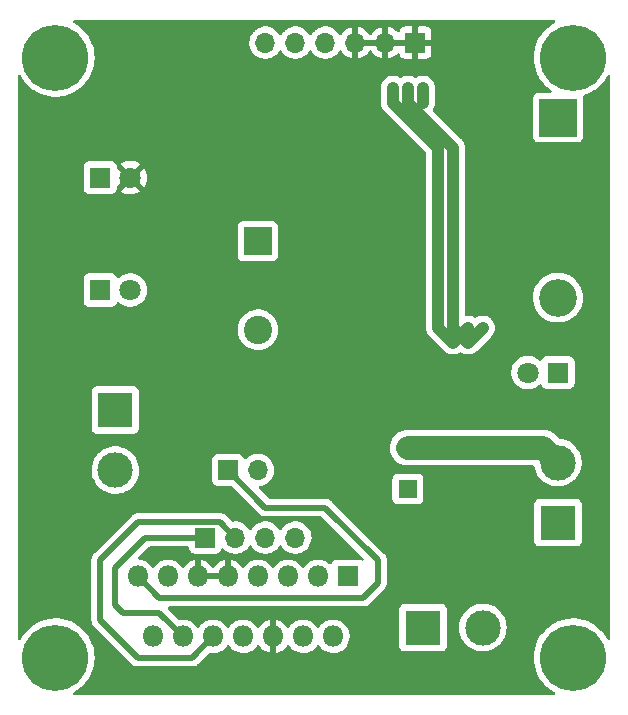
<source format=gbl>
%TF.GenerationSoftware,KiCad,Pcbnew,(6.0.8)*%
%TF.CreationDate,2022-10-23T00:13:42+03:00*%
%TF.ProjectId,PowerBoard,506f7765-7242-46f6-9172-642e6b696361,rev?*%
%TF.SameCoordinates,Original*%
%TF.FileFunction,Copper,L2,Bot*%
%TF.FilePolarity,Positive*%
%FSLAX46Y46*%
G04 Gerber Fmt 4.6, Leading zero omitted, Abs format (unit mm)*
G04 Created by KiCad (PCBNEW (6.0.8)) date 2022-10-23 00:13:42*
%MOMM*%
%LPD*%
G01*
G04 APERTURE LIST*
%TA.AperFunction,ComponentPad*%
%ADD10R,1.600000X1.600000*%
%TD*%
%TA.AperFunction,ComponentPad*%
%ADD11C,1.600000*%
%TD*%
%TA.AperFunction,ComponentPad*%
%ADD12R,1.700000X1.700000*%
%TD*%
%TA.AperFunction,ComponentPad*%
%ADD13O,1.700000X1.700000*%
%TD*%
%TA.AperFunction,ComponentPad*%
%ADD14R,2.400000X2.400000*%
%TD*%
%TA.AperFunction,ComponentPad*%
%ADD15C,2.400000*%
%TD*%
%TA.AperFunction,ComponentPad*%
%ADD16R,1.800000X1.800000*%
%TD*%
%TA.AperFunction,ComponentPad*%
%ADD17C,1.800000*%
%TD*%
%TA.AperFunction,ComponentPad*%
%ADD18C,3.600000*%
%TD*%
%TA.AperFunction,ConnectorPad*%
%ADD19C,5.600000*%
%TD*%
%TA.AperFunction,ComponentPad*%
%ADD20R,3.000000X3.000000*%
%TD*%
%TA.AperFunction,ComponentPad*%
%ADD21C,3.000000*%
%TD*%
%TA.AperFunction,ComponentPad*%
%ADD22O,1.800000X1.800000*%
%TD*%
%TA.AperFunction,ComponentPad*%
%ADD23R,3.200000X3.200000*%
%TD*%
%TA.AperFunction,ComponentPad*%
%ADD24O,3.200000X3.200000*%
%TD*%
%TA.AperFunction,ViaPad*%
%ADD25C,1.000000*%
%TD*%
%TA.AperFunction,Conductor*%
%ADD26C,2.000000*%
%TD*%
%TA.AperFunction,Conductor*%
%ADD27C,1.000000*%
%TD*%
%TA.AperFunction,Conductor*%
%ADD28C,0.500000*%
%TD*%
G04 APERTURE END LIST*
D10*
%TO.P,C1,1*%
%TO.N,VCC*%
X232410000Y-67012755D03*
D11*
%TO.P,C1,2*%
%TO.N,GND*%
X232410000Y-63512755D03*
%TD*%
D12*
%TO.P,J4,1,Pin_1*%
%TO.N,Net-(J4-Pad1)*%
X217170000Y-65405000D03*
D13*
%TO.P,J4,2,Pin_2*%
%TO.N,Net-(J4-Pad2)*%
X219710000Y-65405000D03*
%TD*%
D14*
%TO.P,C2,1*%
%TO.N,+5F*%
X219710000Y-46017246D03*
D15*
%TO.P,C2,2*%
%TO.N,GND*%
X219710000Y-53517246D03*
%TD*%
D16*
%TO.P,D4,1,K*%
%TO.N,Net-(D4-Pad1)*%
X245110000Y-57150000D03*
D17*
%TO.P,D4,2,A*%
%TO.N,VCC*%
X242570000Y-57150000D03*
%TD*%
D18*
%TO.P,H3,1,1*%
%TO.N,GND*%
X246380000Y-30480000D03*
D19*
X246380000Y-30480000D03*
%TD*%
D12*
%TO.P,J6,1,Pin_1*%
%TO.N,+3V3*%
X233045000Y-29210000D03*
D13*
%TO.P,J6,2,Pin_2*%
X230505000Y-29210000D03*
%TO.P,J6,3,Pin_3*%
X227965000Y-29210000D03*
%TO.P,J6,4,Pin_4*%
%TO.N,GND*%
X225425000Y-29210000D03*
%TO.P,J6,5,Pin_5*%
X222885000Y-29210000D03*
%TO.P,J6,6,Pin_6*%
X220345000Y-29210000D03*
%TD*%
D20*
%TO.P,J3,1,Pin_1*%
%TO.N,Net-(J3-Pad1)*%
X207645000Y-60325000D03*
D21*
%TO.P,J3,2,Pin_2*%
%TO.N,Net-(J3-Pad2)*%
X207645000Y-65405000D03*
%TD*%
D19*
%TO.P,H1,1,1*%
%TO.N,GND*%
X246380000Y-81280000D03*
D18*
X246380000Y-81280000D03*
%TD*%
D16*
%TO.P,D3,1,K*%
%TO.N,Net-(D3-Pad1)*%
X206375000Y-40640000D03*
D17*
%TO.P,D3,2,A*%
%TO.N,+3V3*%
X208915000Y-40640000D03*
%TD*%
D20*
%TO.P,J1,1,Pin_1*%
%TO.N,Net-(J1-Pad1)*%
X233680000Y-78740000D03*
D21*
%TO.P,J1,2,Pin_2*%
%TO.N,Net-(J1-Pad2)*%
X238760000Y-78740000D03*
%TD*%
D12*
%TO.P,J2,1,Pin_1*%
%TO.N,Net-(J2-Pad1)*%
X215265000Y-71120000D03*
D13*
%TO.P,J2,2,Pin_2*%
%TO.N,Net-(J2-Pad2)*%
X217805000Y-71120000D03*
%TO.P,J2,3,Pin_3*%
%TO.N,Net-(J2-Pad3)*%
X220345000Y-71120000D03*
%TO.P,J2,4,Pin_4*%
%TO.N,Net-(J2-Pad4)*%
X222885000Y-71120000D03*
%TD*%
D16*
%TO.P,U1,1,SENSE_A*%
%TO.N,Net-(J4-Pad2)*%
X227335000Y-74405000D03*
D22*
%TO.P,U1,2,OUT1*%
%TO.N,Net-(J1-Pad1)*%
X226065000Y-79485000D03*
%TO.P,U1,3,OUT2*%
%TO.N,Net-(J1-Pad2)*%
X224795000Y-74405000D03*
%TO.P,U1,4,Vs*%
%TO.N,VCC*%
X223525000Y-79485000D03*
%TO.P,U1,5,IN1*%
%TO.N,Net-(J2-Pad4)*%
X222255000Y-74405000D03*
%TO.P,U1,6,EnA*%
%TO.N,+3V3*%
X220985000Y-79485000D03*
%TO.P,U1,7,IN2*%
%TO.N,Net-(J2-Pad3)*%
X219715000Y-74405000D03*
%TO.P,U1,8,GND*%
%TO.N,GND*%
X218445000Y-79485000D03*
%TO.P,U1,9,Vss*%
%TO.N,+3V3*%
X217175000Y-74405000D03*
%TO.P,U1,10,IN3*%
%TO.N,Net-(J2-Pad2)*%
X215905000Y-79485000D03*
%TO.P,U1,11,EnB*%
%TO.N,+3V3*%
X214635000Y-74405000D03*
%TO.P,U1,12,IN4*%
%TO.N,Net-(J2-Pad1)*%
X213365000Y-79485000D03*
%TO.P,U1,13,OUT3*%
%TO.N,Net-(J3-Pad1)*%
X212095000Y-74405000D03*
%TO.P,U1,14,OUT4*%
%TO.N,Net-(J3-Pad2)*%
X210825000Y-79485000D03*
%TO.P,U1,15,SENSE_B*%
%TO.N,Net-(J4-Pad1)*%
X209555000Y-74405000D03*
%TD*%
D23*
%TO.P,D1,1,K*%
%TO.N,Net-(D1-Pad1)*%
X245110000Y-35560000D03*
D24*
%TO.P,D1,2,A*%
%TO.N,GND*%
X245110000Y-50800000D03*
%TD*%
D19*
%TO.P,H4,1,1*%
%TO.N,GND*%
X202565000Y-81280000D03*
D18*
X202565000Y-81280000D03*
%TD*%
%TO.P,H2,1,1*%
%TO.N,GND*%
X202565000Y-30480000D03*
D19*
X202565000Y-30480000D03*
%TD*%
D20*
%TO.P,J5,1,Pin_1*%
%TO.N,VCC*%
X245110000Y-69850000D03*
D21*
%TO.P,J5,2,Pin_2*%
%TO.N,GND*%
X245110000Y-64770000D03*
%TD*%
D16*
%TO.P,D2,1,K*%
%TO.N,Net-(D2-Pad1)*%
X206370000Y-50165000D03*
D17*
%TO.P,D2,2,A*%
%TO.N,+5F*%
X208910000Y-50165000D03*
%TD*%
D25*
%TO.N,+5F*%
X232410000Y-34290000D03*
X234950000Y-53340000D03*
X237490000Y-53340000D03*
X232410000Y-33020000D03*
X236220000Y-53340000D03*
X231140000Y-34290000D03*
X231140000Y-33020000D03*
X233680000Y-34290000D03*
X237490000Y-54610000D03*
X236220000Y-54610000D03*
X233680000Y-33020000D03*
X238760000Y-53340000D03*
%TO.N,+3V3*%
X227965000Y-34290000D03*
X227965000Y-36830000D03*
X226695000Y-36830000D03*
X217170000Y-31750000D03*
X215900000Y-37465000D03*
X217170000Y-38100000D03*
X226695000Y-35560000D03*
X215900000Y-33655000D03*
X218440000Y-31750000D03*
X215900000Y-34925000D03*
X215900000Y-36195000D03*
X226695000Y-34290000D03*
X227965000Y-35560000D03*
X215900000Y-32385000D03*
X218440000Y-38100000D03*
%TD*%
D26*
%TO.N,GND*%
X232410000Y-63512755D02*
X243852755Y-63512755D01*
X243852755Y-63512755D02*
X245110000Y-64770000D01*
D27*
%TO.N,+5F*%
X237490000Y-53340000D02*
X237490000Y-54610000D01*
X237490000Y-54610000D02*
X236220000Y-53340000D01*
X236220000Y-54610000D02*
X237490000Y-53340000D01*
X232410000Y-33020000D02*
X232410000Y-34290000D01*
X234950000Y-38100000D02*
X234950000Y-53340000D01*
X236220000Y-53340000D02*
X236220000Y-54610000D01*
X232410000Y-34290000D02*
X236220000Y-38100000D01*
X234950000Y-53340000D02*
X236220000Y-54610000D01*
X233680000Y-33020000D02*
X233680000Y-34290000D01*
X231140000Y-34290000D02*
X234950000Y-38100000D01*
X236220000Y-38100000D02*
X236220000Y-53340000D01*
X231140000Y-33020000D02*
X231140000Y-34290000D01*
X238760000Y-53340000D02*
X237490000Y-54610000D01*
D28*
%TO.N,Net-(J2-Pad1)*%
X210185000Y-71120000D02*
X215265000Y-71120000D01*
X207645000Y-73660000D02*
X210185000Y-71120000D01*
X208280000Y-77470000D02*
X207645000Y-76835000D01*
X207645000Y-76835000D02*
X207645000Y-73660000D01*
X213365000Y-79485000D02*
X211350000Y-77470000D01*
X211350000Y-77470000D02*
X208280000Y-77470000D01*
%TO.N,Net-(J2-Pad2)*%
X209550000Y-81280000D02*
X214110000Y-81280000D01*
X217805000Y-71120000D02*
X216505000Y-69820000D01*
X209580000Y-69820000D02*
X206375000Y-73025000D01*
X206375000Y-78105000D02*
X209550000Y-81280000D01*
X216505000Y-69820000D02*
X209580000Y-69820000D01*
X214110000Y-81280000D02*
X215905000Y-79485000D01*
X206375000Y-73025000D02*
X206375000Y-78105000D01*
%TO.N,Net-(J4-Pad1)*%
X225425000Y-68580000D02*
X229870000Y-73025000D01*
X211350000Y-76200000D02*
X228600000Y-76200000D01*
X220345000Y-68580000D02*
X225425000Y-68580000D01*
X217170000Y-65405000D02*
X220345000Y-68580000D01*
X228600000Y-76200000D02*
X229870000Y-74930000D01*
X229870000Y-74930000D02*
X229870000Y-73025000D01*
X211350000Y-76200000D02*
X209555000Y-74405000D01*
%TD*%
%TA.AperFunction,Conductor*%
%TO.N,+3V3*%
G36*
X244857978Y-27325002D02*
G01*
X244904471Y-27378658D01*
X244914575Y-27448932D01*
X244885081Y-27513512D01*
X244842508Y-27545472D01*
X244834694Y-27549066D01*
X244527193Y-27733101D01*
X244524467Y-27735163D01*
X244524465Y-27735164D01*
X244314077Y-27894280D01*
X244241367Y-27949270D01*
X244238882Y-27951612D01*
X244238877Y-27951616D01*
X244219794Y-27969599D01*
X243980559Y-28195043D01*
X243978347Y-28197633D01*
X243978345Y-28197635D01*
X243940116Y-28242396D01*
X243747819Y-28467546D01*
X243745900Y-28470358D01*
X243745897Y-28470363D01*
X243682847Y-28562792D01*
X243545871Y-28763591D01*
X243377077Y-29079714D01*
X243243411Y-29412218D01*
X243242491Y-29415492D01*
X243242489Y-29415497D01*
X243185670Y-29617639D01*
X243146437Y-29757213D01*
X243145875Y-29760570D01*
X243145875Y-29760571D01*
X243088293Y-30104672D01*
X243087290Y-30110663D01*
X243066661Y-30468434D01*
X243084792Y-30826340D01*
X243085329Y-30829695D01*
X243085330Y-30829701D01*
X243090316Y-30860828D01*
X243141470Y-31180195D01*
X243236033Y-31525859D01*
X243367374Y-31859288D01*
X243398151Y-31917909D01*
X243530075Y-32169187D01*
X243533957Y-32176582D01*
X243535858Y-32179411D01*
X243535864Y-32179421D01*
X243712813Y-32442747D01*
X243733834Y-32474029D01*
X243964665Y-32748150D01*
X244223751Y-32995738D01*
X244508061Y-33213897D01*
X244514543Y-33217838D01*
X244562358Y-33270318D01*
X244574210Y-33340318D01*
X244546335Y-33405614D01*
X244487584Y-33445474D01*
X244449084Y-33451500D01*
X243461866Y-33451500D01*
X243399684Y-33458255D01*
X243263295Y-33509385D01*
X243146739Y-33596739D01*
X243059385Y-33713295D01*
X243008255Y-33849684D01*
X243001500Y-33911866D01*
X243001500Y-37208134D01*
X243008255Y-37270316D01*
X243059385Y-37406705D01*
X243146739Y-37523261D01*
X243263295Y-37610615D01*
X243399684Y-37661745D01*
X243461866Y-37668500D01*
X246758134Y-37668500D01*
X246820316Y-37661745D01*
X246956705Y-37610615D01*
X247073261Y-37523261D01*
X247160615Y-37406705D01*
X247211745Y-37270316D01*
X247218500Y-37208134D01*
X247218500Y-33911866D01*
X247211745Y-33849684D01*
X247204380Y-33830037D01*
X247199196Y-33759230D01*
X247233116Y-33696861D01*
X247282798Y-33666178D01*
X247492762Y-33596739D01*
X247588968Y-33564922D01*
X247915066Y-33416311D01*
X248160946Y-33270318D01*
X248220262Y-33235099D01*
X248220267Y-33235096D01*
X248223207Y-33233350D01*
X248243869Y-33217837D01*
X248432869Y-33075931D01*
X248509786Y-33018180D01*
X248771451Y-32773319D01*
X249005140Y-32501630D01*
X249111750Y-32346512D01*
X249206190Y-32209101D01*
X249206195Y-32209094D01*
X249208120Y-32206292D01*
X249209732Y-32203298D01*
X249209737Y-32203290D01*
X249318060Y-32002112D01*
X249367967Y-31951616D01*
X249437251Y-31936117D01*
X249503916Y-31960537D01*
X249546795Y-32017122D01*
X249555000Y-32061847D01*
X249555000Y-79698761D01*
X249534998Y-79766882D01*
X249481342Y-79813375D01*
X249411068Y-79823479D01*
X249346488Y-79793985D01*
X249317646Y-79757720D01*
X249221702Y-79576513D01*
X249221698Y-79576506D01*
X249220103Y-79573494D01*
X249019190Y-79276746D01*
X249009321Y-79265108D01*
X248831079Y-79054933D01*
X248787403Y-79003432D01*
X248527454Y-78756750D01*
X248311376Y-78592143D01*
X248245091Y-78541647D01*
X248245089Y-78541646D01*
X248242384Y-78539585D01*
X248239472Y-78537828D01*
X248239467Y-78537825D01*
X247938443Y-78356236D01*
X247938437Y-78356233D01*
X247935528Y-78354478D01*
X247664725Y-78228775D01*
X247613571Y-78205030D01*
X247613569Y-78205029D01*
X247610475Y-78203593D01*
X247364360Y-78120288D01*
X247274255Y-78089789D01*
X247274250Y-78089788D01*
X247271028Y-78088697D01*
X246998796Y-78028344D01*
X246924493Y-78011871D01*
X246924487Y-78011870D01*
X246921158Y-78011132D01*
X246917769Y-78010758D01*
X246917764Y-78010757D01*
X246568338Y-77972180D01*
X246568333Y-77972180D01*
X246564957Y-77971807D01*
X246561558Y-77971801D01*
X246561557Y-77971801D01*
X246392080Y-77971505D01*
X246206592Y-77971182D01*
X246093413Y-77983277D01*
X245853639Y-78008901D01*
X245853631Y-78008902D01*
X245850256Y-78009263D01*
X245500117Y-78085606D01*
X245160271Y-78199317D01*
X245157178Y-78200739D01*
X245157177Y-78200740D01*
X245152679Y-78202809D01*
X244834694Y-78349066D01*
X244831760Y-78350822D01*
X244831758Y-78350823D01*
X244630865Y-78471055D01*
X244527193Y-78533101D01*
X244524467Y-78535163D01*
X244524465Y-78535164D01*
X244250340Y-78742484D01*
X244241367Y-78749270D01*
X244238882Y-78751612D01*
X244238877Y-78751616D01*
X244203847Y-78784627D01*
X243980559Y-78995043D01*
X243747819Y-79267546D01*
X243745900Y-79270358D01*
X243745897Y-79270363D01*
X243713614Y-79317689D01*
X243545871Y-79563591D01*
X243377077Y-79879714D01*
X243243411Y-80212218D01*
X243242491Y-80215492D01*
X243242489Y-80215497D01*
X243149903Y-80544883D01*
X243146437Y-80557213D01*
X243145875Y-80560570D01*
X243145875Y-80560571D01*
X243089708Y-80896216D01*
X243087290Y-80910663D01*
X243066661Y-81268434D01*
X243084792Y-81626340D01*
X243085329Y-81629695D01*
X243085330Y-81629701D01*
X243090316Y-81660828D01*
X243141470Y-81980195D01*
X243236033Y-82325859D01*
X243367374Y-82659288D01*
X243533957Y-82976582D01*
X243535858Y-82979411D01*
X243535864Y-82979421D01*
X243719569Y-83252800D01*
X243733834Y-83274029D01*
X243964665Y-83548150D01*
X244223751Y-83795738D01*
X244508061Y-84013897D01*
X244540056Y-84033350D01*
X244811355Y-84198303D01*
X244811360Y-84198306D01*
X244814270Y-84200075D01*
X244817358Y-84201521D01*
X244817357Y-84201521D01*
X244845914Y-84214898D01*
X244899117Y-84261908D01*
X244918459Y-84330219D01*
X244897799Y-84398143D01*
X244843696Y-84444115D01*
X244792465Y-84455000D01*
X204156077Y-84455000D01*
X204087956Y-84434998D01*
X204041463Y-84381342D01*
X204031359Y-84311068D01*
X204060853Y-84246488D01*
X204097552Y-84217457D01*
X204100066Y-84216311D01*
X204103003Y-84214567D01*
X204103009Y-84214564D01*
X204405262Y-84035099D01*
X204405267Y-84035096D01*
X204408207Y-84033350D01*
X204694786Y-83818180D01*
X204956451Y-83573319D01*
X205190140Y-83301630D01*
X205296750Y-83146512D01*
X205391190Y-83009101D01*
X205391195Y-83009094D01*
X205393120Y-83006292D01*
X205394732Y-83003298D01*
X205394737Y-83003290D01*
X205561395Y-82693772D01*
X205563017Y-82690760D01*
X205697842Y-82358724D01*
X205708142Y-82322568D01*
X205787891Y-82042606D01*
X205796020Y-82014070D01*
X205812020Y-81920467D01*
X205855829Y-81664175D01*
X205855829Y-81664173D01*
X205856401Y-81660828D01*
X205858511Y-81626340D01*
X205878168Y-81304928D01*
X205878278Y-81303131D01*
X205878359Y-81280000D01*
X205858979Y-80922159D01*
X205801066Y-80568505D01*
X205705297Y-80223173D01*
X205702243Y-80215497D01*
X205597299Y-79951787D01*
X205572793Y-79890205D01*
X205516386Y-79783671D01*
X205406702Y-79576513D01*
X205406698Y-79576506D01*
X205405103Y-79573494D01*
X205204190Y-79276746D01*
X205194321Y-79265108D01*
X205016079Y-79054933D01*
X204972403Y-79003432D01*
X204712454Y-78756750D01*
X204496376Y-78592143D01*
X204430091Y-78541647D01*
X204430089Y-78541646D01*
X204427384Y-78539585D01*
X204424472Y-78537828D01*
X204424467Y-78537825D01*
X204123443Y-78356236D01*
X204123437Y-78356233D01*
X204120528Y-78354478D01*
X203849725Y-78228775D01*
X203798571Y-78205030D01*
X203798569Y-78205029D01*
X203795475Y-78203593D01*
X203549360Y-78120288D01*
X203459255Y-78089789D01*
X203459250Y-78089788D01*
X203456028Y-78088697D01*
X203409352Y-78078349D01*
X205611801Y-78078349D01*
X205612394Y-78085641D01*
X205612394Y-78085644D01*
X205616085Y-78131018D01*
X205616500Y-78141233D01*
X205616500Y-78149293D01*
X205616925Y-78152937D01*
X205619789Y-78177507D01*
X205620222Y-78181882D01*
X205624018Y-78228546D01*
X205626140Y-78254637D01*
X205628396Y-78261601D01*
X205629587Y-78267560D01*
X205630971Y-78273415D01*
X205631818Y-78280681D01*
X205656735Y-78349327D01*
X205658152Y-78353455D01*
X205680649Y-78422899D01*
X205684445Y-78429154D01*
X205686951Y-78434628D01*
X205689670Y-78440058D01*
X205692167Y-78446937D01*
X205696180Y-78453057D01*
X205696180Y-78453058D01*
X205732186Y-78507976D01*
X205734523Y-78511680D01*
X205772405Y-78574107D01*
X205776121Y-78578315D01*
X205776122Y-78578316D01*
X205779803Y-78582484D01*
X205779776Y-78582508D01*
X205782429Y-78585500D01*
X205785132Y-78588733D01*
X205789144Y-78594852D01*
X205845383Y-78648128D01*
X205847825Y-78650506D01*
X208966230Y-81768911D01*
X208978616Y-81783323D01*
X208987149Y-81794918D01*
X208987154Y-81794923D01*
X208991492Y-81800818D01*
X208997070Y-81805557D01*
X208997073Y-81805560D01*
X209031768Y-81835035D01*
X209039284Y-81841965D01*
X209044979Y-81847660D01*
X209047861Y-81849940D01*
X209067251Y-81865281D01*
X209070655Y-81868072D01*
X209120703Y-81910591D01*
X209126285Y-81915333D01*
X209132801Y-81918661D01*
X209137850Y-81922028D01*
X209142979Y-81925195D01*
X209148716Y-81929734D01*
X209214875Y-81960655D01*
X209218769Y-81962558D01*
X209283808Y-81995769D01*
X209290916Y-81997508D01*
X209296559Y-81999607D01*
X209302322Y-82001524D01*
X209308950Y-82004622D01*
X209316112Y-82006112D01*
X209316113Y-82006112D01*
X209380412Y-82019486D01*
X209384696Y-82020456D01*
X209455610Y-82037808D01*
X209461212Y-82038156D01*
X209461215Y-82038156D01*
X209466764Y-82038500D01*
X209466762Y-82038536D01*
X209470755Y-82038775D01*
X209474947Y-82039149D01*
X209482115Y-82040640D01*
X209559520Y-82038546D01*
X209562928Y-82038500D01*
X214042930Y-82038500D01*
X214061880Y-82039933D01*
X214076115Y-82042099D01*
X214076119Y-82042099D01*
X214083349Y-82043199D01*
X214090641Y-82042606D01*
X214090644Y-82042606D01*
X214136018Y-82038915D01*
X214146233Y-82038500D01*
X214154293Y-82038500D01*
X214171680Y-82036473D01*
X214182507Y-82035211D01*
X214186882Y-82034778D01*
X214252339Y-82029454D01*
X214252342Y-82029453D01*
X214259637Y-82028860D01*
X214266601Y-82026604D01*
X214272560Y-82025413D01*
X214278415Y-82024029D01*
X214285681Y-82023182D01*
X214354327Y-81998265D01*
X214358455Y-81996848D01*
X214420936Y-81976607D01*
X214420938Y-81976606D01*
X214427899Y-81974351D01*
X214434154Y-81970555D01*
X214439628Y-81968049D01*
X214445058Y-81965330D01*
X214451937Y-81962833D01*
X214458058Y-81958820D01*
X214512976Y-81922814D01*
X214516680Y-81920477D01*
X214579107Y-81882595D01*
X214587484Y-81875197D01*
X214587508Y-81875224D01*
X214590500Y-81872571D01*
X214593733Y-81869868D01*
X214599852Y-81865856D01*
X214653128Y-81809617D01*
X214655506Y-81807175D01*
X215554040Y-80908641D01*
X215616352Y-80874615D01*
X215668256Y-80874266D01*
X215732585Y-80887354D01*
X215732593Y-80887355D01*
X215737656Y-80888385D01*
X215868324Y-80893176D01*
X215963949Y-80896683D01*
X215963953Y-80896683D01*
X215969113Y-80896872D01*
X215974233Y-80896216D01*
X215974235Y-80896216D01*
X216047270Y-80886860D01*
X216198847Y-80867442D01*
X216203795Y-80865957D01*
X216203802Y-80865956D01*
X216415747Y-80802369D01*
X216420690Y-80800886D01*
X216502159Y-80760975D01*
X216624049Y-80701262D01*
X216624052Y-80701260D01*
X216628684Y-80698991D01*
X216817243Y-80564494D01*
X216981303Y-80401005D01*
X216984319Y-80396808D01*
X216984326Y-80396800D01*
X217071960Y-80274844D01*
X217127954Y-80231196D01*
X217198658Y-80224750D01*
X217261622Y-80257553D01*
X217281715Y-80282536D01*
X217301800Y-80315313D01*
X217301806Y-80315321D01*
X217304501Y-80319719D01*
X217456147Y-80494784D01*
X217634349Y-80642730D01*
X217834322Y-80759584D01*
X218050694Y-80842209D01*
X218055760Y-80843240D01*
X218055761Y-80843240D01*
X218108295Y-80853928D01*
X218277656Y-80888385D01*
X218408324Y-80893176D01*
X218503949Y-80896683D01*
X218503953Y-80896683D01*
X218509113Y-80896872D01*
X218514233Y-80896216D01*
X218514235Y-80896216D01*
X218587270Y-80886860D01*
X218738847Y-80867442D01*
X218743795Y-80865957D01*
X218743802Y-80865956D01*
X218955747Y-80802369D01*
X218960690Y-80800886D01*
X219042159Y-80760975D01*
X219164049Y-80701262D01*
X219164052Y-80701260D01*
X219168684Y-80698991D01*
X219357243Y-80564494D01*
X219521303Y-80401005D01*
X219544512Y-80368707D01*
X219612275Y-80274404D01*
X219668270Y-80230756D01*
X219738973Y-80224310D01*
X219801938Y-80257113D01*
X219822031Y-80282096D01*
X219842205Y-80315017D01*
X219848286Y-80323326D01*
X219993113Y-80490519D01*
X220000475Y-80497728D01*
X220170660Y-80639018D01*
X220179099Y-80644927D01*
X220370077Y-80756525D01*
X220379364Y-80760975D01*
X220586003Y-80839883D01*
X220595901Y-80842759D01*
X220713250Y-80866634D01*
X220727299Y-80865438D01*
X220731000Y-80855093D01*
X220731000Y-80853928D01*
X221239000Y-80853928D01*
X221243064Y-80867770D01*
X221256479Y-80869804D01*
X221273613Y-80867609D01*
X221283698Y-80865466D01*
X221495557Y-80801905D01*
X221505152Y-80798144D01*
X221703778Y-80700838D01*
X221712636Y-80695559D01*
X221892716Y-80567109D01*
X221900578Y-80560465D01*
X222057260Y-80404329D01*
X222063937Y-80396484D01*
X222151676Y-80274382D01*
X222207671Y-80230734D01*
X222278374Y-80224288D01*
X222341339Y-80257091D01*
X222361432Y-80282074D01*
X222381800Y-80315313D01*
X222381806Y-80315321D01*
X222384501Y-80319719D01*
X222536147Y-80494784D01*
X222714349Y-80642730D01*
X222914322Y-80759584D01*
X223130694Y-80842209D01*
X223135760Y-80843240D01*
X223135761Y-80843240D01*
X223188295Y-80853928D01*
X223357656Y-80888385D01*
X223488324Y-80893176D01*
X223583949Y-80896683D01*
X223583953Y-80896683D01*
X223589113Y-80896872D01*
X223594233Y-80896216D01*
X223594235Y-80896216D01*
X223667270Y-80886860D01*
X223818847Y-80867442D01*
X223823795Y-80865957D01*
X223823802Y-80865956D01*
X224035747Y-80802369D01*
X224040690Y-80800886D01*
X224122159Y-80760975D01*
X224244049Y-80701262D01*
X224244052Y-80701260D01*
X224248684Y-80698991D01*
X224437243Y-80564494D01*
X224601303Y-80401005D01*
X224604319Y-80396808D01*
X224604326Y-80396800D01*
X224691960Y-80274844D01*
X224747954Y-80231196D01*
X224818658Y-80224750D01*
X224881622Y-80257553D01*
X224901715Y-80282536D01*
X224921800Y-80315313D01*
X224921806Y-80315321D01*
X224924501Y-80319719D01*
X225076147Y-80494784D01*
X225254349Y-80642730D01*
X225454322Y-80759584D01*
X225670694Y-80842209D01*
X225675760Y-80843240D01*
X225675761Y-80843240D01*
X225728295Y-80853928D01*
X225897656Y-80888385D01*
X226028324Y-80893176D01*
X226123949Y-80896683D01*
X226123953Y-80896683D01*
X226129113Y-80896872D01*
X226134233Y-80896216D01*
X226134235Y-80896216D01*
X226207270Y-80886860D01*
X226358847Y-80867442D01*
X226363795Y-80865957D01*
X226363802Y-80865956D01*
X226575747Y-80802369D01*
X226580690Y-80800886D01*
X226662159Y-80760975D01*
X226784049Y-80701262D01*
X226784052Y-80701260D01*
X226788684Y-80698991D01*
X226977243Y-80564494D01*
X227141303Y-80401005D01*
X227222409Y-80288134D01*
X231671500Y-80288134D01*
X231678255Y-80350316D01*
X231729385Y-80486705D01*
X231816739Y-80603261D01*
X231933295Y-80690615D01*
X232069684Y-80741745D01*
X232131866Y-80748500D01*
X235228134Y-80748500D01*
X235290316Y-80741745D01*
X235426705Y-80690615D01*
X235543261Y-80603261D01*
X235630615Y-80486705D01*
X235681745Y-80350316D01*
X235688500Y-80288134D01*
X235688500Y-78718918D01*
X236746917Y-78718918D01*
X236762682Y-78992320D01*
X236763507Y-78996525D01*
X236763508Y-78996533D01*
X236770966Y-79034544D01*
X236815405Y-79261053D01*
X236816792Y-79265103D01*
X236816793Y-79265108D01*
X236902723Y-79516088D01*
X236904112Y-79520144D01*
X236927472Y-79566590D01*
X237023600Y-79757720D01*
X237027160Y-79764799D01*
X237029586Y-79768328D01*
X237029589Y-79768334D01*
X237125334Y-79907642D01*
X237182274Y-79990490D01*
X237366582Y-80193043D01*
X237369877Y-80195798D01*
X237369878Y-80195799D01*
X237463863Y-80274382D01*
X237576675Y-80368707D01*
X237580316Y-80370991D01*
X237805024Y-80511951D01*
X237805028Y-80511953D01*
X237808664Y-80514234D01*
X237933460Y-80570582D01*
X238054345Y-80625164D01*
X238054349Y-80625166D01*
X238058257Y-80626930D01*
X238062377Y-80628150D01*
X238062376Y-80628150D01*
X238316723Y-80703491D01*
X238316727Y-80703492D01*
X238320836Y-80704709D01*
X238325070Y-80705357D01*
X238325075Y-80705358D01*
X238587298Y-80745483D01*
X238587300Y-80745483D01*
X238591540Y-80746132D01*
X238730912Y-80748322D01*
X238861071Y-80750367D01*
X238861077Y-80750367D01*
X238865362Y-80750434D01*
X239137235Y-80717534D01*
X239402127Y-80648041D01*
X239406087Y-80646401D01*
X239406092Y-80646399D01*
X239596589Y-80567492D01*
X239655136Y-80543241D01*
X239891582Y-80405073D01*
X240107089Y-80236094D01*
X240111836Y-80231196D01*
X240294686Y-80042509D01*
X240297669Y-80039431D01*
X240300202Y-80035983D01*
X240300206Y-80035978D01*
X240457257Y-79822178D01*
X240459795Y-79818723D01*
X240478827Y-79783671D01*
X240588418Y-79581830D01*
X240588419Y-79581828D01*
X240590468Y-79578054D01*
X240687269Y-79321877D01*
X240748407Y-79054933D01*
X240753004Y-79003432D01*
X240772531Y-78784627D01*
X240772531Y-78784625D01*
X240772751Y-78782161D01*
X240773118Y-78747205D01*
X240773167Y-78742484D01*
X240773167Y-78742483D01*
X240773193Y-78740000D01*
X240771465Y-78714648D01*
X240754859Y-78471055D01*
X240754858Y-78471049D01*
X240754567Y-78466778D01*
X240752166Y-78455181D01*
X240721129Y-78305315D01*
X240699032Y-78198612D01*
X240607617Y-77940465D01*
X240482013Y-77697112D01*
X240472040Y-77682921D01*
X240327008Y-77476562D01*
X240324545Y-77473057D01*
X240138125Y-77272445D01*
X240134810Y-77269731D01*
X240134806Y-77269728D01*
X239973304Y-77137540D01*
X239926205Y-77098990D01*
X239699284Y-76959933D01*
X239696366Y-76958145D01*
X239696365Y-76958145D01*
X239692704Y-76955901D01*
X239688768Y-76954173D01*
X239445873Y-76847549D01*
X239445869Y-76847548D01*
X239441945Y-76845825D01*
X239178566Y-76770800D01*
X239174324Y-76770196D01*
X239174318Y-76770195D01*
X238969387Y-76741029D01*
X238907443Y-76732213D01*
X238763589Y-76731460D01*
X238637877Y-76730802D01*
X238637871Y-76730802D01*
X238633591Y-76730780D01*
X238629347Y-76731339D01*
X238629343Y-76731339D01*
X238555741Y-76741029D01*
X238362078Y-76766525D01*
X238357938Y-76767658D01*
X238357936Y-76767658D01*
X238290037Y-76786233D01*
X238097928Y-76838788D01*
X238093980Y-76840472D01*
X237849982Y-76944546D01*
X237849978Y-76944548D01*
X237846030Y-76946232D01*
X237783539Y-76983632D01*
X237614725Y-77084664D01*
X237614721Y-77084667D01*
X237611043Y-77086868D01*
X237397318Y-77258094D01*
X237208808Y-77456742D01*
X237049002Y-77679136D01*
X236920857Y-77921161D01*
X236919385Y-77925184D01*
X236919383Y-77925188D01*
X236836038Y-78152937D01*
X236826743Y-78178337D01*
X236768404Y-78445907D01*
X236768068Y-78450177D01*
X236754127Y-78627315D01*
X236746917Y-78718918D01*
X235688500Y-78718918D01*
X235688500Y-77191866D01*
X235681745Y-77129684D01*
X235630615Y-76993295D01*
X235543261Y-76876739D01*
X235426705Y-76789385D01*
X235290316Y-76738255D01*
X235228134Y-76731500D01*
X232131866Y-76731500D01*
X232069684Y-76738255D01*
X231933295Y-76789385D01*
X231816739Y-76876739D01*
X231729385Y-76993295D01*
X231678255Y-77129684D01*
X231671500Y-77191866D01*
X231671500Y-80288134D01*
X227222409Y-80288134D01*
X227276458Y-80212917D01*
X227286281Y-80193043D01*
X227376784Y-80009922D01*
X227376785Y-80009920D01*
X227379078Y-80005280D01*
X227446408Y-79783671D01*
X227476640Y-79554041D01*
X227477468Y-79520144D01*
X227478245Y-79488365D01*
X227478245Y-79488361D01*
X227478327Y-79485000D01*
X227464916Y-79321877D01*
X227459773Y-79259318D01*
X227459772Y-79259312D01*
X227459349Y-79254167D01*
X227402925Y-79029533D01*
X227391576Y-79003432D01*
X227312630Y-78821868D01*
X227312628Y-78821865D01*
X227310570Y-78817131D01*
X227184764Y-78622665D01*
X227028887Y-78451358D01*
X227024836Y-78448159D01*
X227024832Y-78448155D01*
X226851177Y-78311011D01*
X226851172Y-78311008D01*
X226847123Y-78307810D01*
X226842607Y-78305317D01*
X226842604Y-78305315D01*
X226648879Y-78198373D01*
X226648875Y-78198371D01*
X226644355Y-78195876D01*
X226639486Y-78194152D01*
X226639482Y-78194150D01*
X226430903Y-78120288D01*
X226430899Y-78120287D01*
X226426028Y-78118562D01*
X226420935Y-78117655D01*
X226420932Y-78117654D01*
X226203095Y-78078851D01*
X226203089Y-78078850D01*
X226198006Y-78077945D01*
X226125096Y-78077054D01*
X225971581Y-78075179D01*
X225971579Y-78075179D01*
X225966411Y-78075116D01*
X225737464Y-78110150D01*
X225517314Y-78182106D01*
X225512726Y-78184494D01*
X225512722Y-78184496D01*
X225316461Y-78286663D01*
X225311872Y-78289052D01*
X225307739Y-78292155D01*
X225307736Y-78292157D01*
X225130790Y-78425012D01*
X225126655Y-78428117D01*
X225089710Y-78466778D01*
X224979116Y-78582508D01*
X224966639Y-78595564D01*
X224899306Y-78694271D01*
X224844397Y-78739271D01*
X224773872Y-78747442D01*
X224710125Y-78716188D01*
X224689428Y-78691705D01*
X224647571Y-78627004D01*
X224644764Y-78622665D01*
X224488887Y-78451358D01*
X224484836Y-78448159D01*
X224484832Y-78448155D01*
X224311177Y-78311011D01*
X224311172Y-78311008D01*
X224307123Y-78307810D01*
X224302607Y-78305317D01*
X224302604Y-78305315D01*
X224108879Y-78198373D01*
X224108875Y-78198371D01*
X224104355Y-78195876D01*
X224099486Y-78194152D01*
X224099482Y-78194150D01*
X223890903Y-78120288D01*
X223890899Y-78120287D01*
X223886028Y-78118562D01*
X223880935Y-78117655D01*
X223880932Y-78117654D01*
X223663095Y-78078851D01*
X223663089Y-78078850D01*
X223658006Y-78077945D01*
X223585096Y-78077054D01*
X223431581Y-78075179D01*
X223431579Y-78075179D01*
X223426411Y-78075116D01*
X223197464Y-78110150D01*
X222977314Y-78182106D01*
X222972726Y-78184494D01*
X222972722Y-78184496D01*
X222776461Y-78286663D01*
X222771872Y-78289052D01*
X222767739Y-78292155D01*
X222767736Y-78292157D01*
X222590790Y-78425012D01*
X222586655Y-78428117D01*
X222549710Y-78466778D01*
X222439116Y-78582508D01*
X222426639Y-78595564D01*
X222423730Y-78599829D01*
X222423724Y-78599837D01*
X222359002Y-78694716D01*
X222304091Y-78739719D01*
X222233566Y-78747890D01*
X222169819Y-78716636D01*
X222149122Y-78692152D01*
X222107177Y-78627315D01*
X222100885Y-78619144D01*
X221952023Y-78455547D01*
X221944490Y-78448521D01*
X221770901Y-78311429D01*
X221762323Y-78305730D01*
X221568678Y-78198833D01*
X221559272Y-78194606D01*
X221350772Y-78120772D01*
X221340809Y-78118140D01*
X221256836Y-78103182D01*
X221243541Y-78104641D01*
X221239000Y-78119199D01*
X221239000Y-80853928D01*
X220731000Y-80853928D01*
X220731000Y-78117517D01*
X220727082Y-78104173D01*
X220712806Y-78102186D01*
X220662694Y-78109855D01*
X220652666Y-78112244D01*
X220442426Y-78180961D01*
X220432916Y-78184958D01*
X220236728Y-78287087D01*
X220228003Y-78292581D01*
X220051123Y-78425386D01*
X220043416Y-78432229D01*
X219890600Y-78592143D01*
X219884113Y-78600153D01*
X219819602Y-78694723D01*
X219764691Y-78739726D01*
X219694166Y-78747897D01*
X219630419Y-78716643D01*
X219609722Y-78692159D01*
X219567575Y-78627009D01*
X219567570Y-78627003D01*
X219564764Y-78622665D01*
X219408887Y-78451358D01*
X219404836Y-78448159D01*
X219404832Y-78448155D01*
X219231177Y-78311011D01*
X219231172Y-78311008D01*
X219227123Y-78307810D01*
X219222607Y-78305317D01*
X219222604Y-78305315D01*
X219028879Y-78198373D01*
X219028875Y-78198371D01*
X219024355Y-78195876D01*
X219019486Y-78194152D01*
X219019482Y-78194150D01*
X218810903Y-78120288D01*
X218810899Y-78120287D01*
X218806028Y-78118562D01*
X218800935Y-78117655D01*
X218800932Y-78117654D01*
X218583095Y-78078851D01*
X218583089Y-78078850D01*
X218578006Y-78077945D01*
X218505096Y-78077054D01*
X218351581Y-78075179D01*
X218351579Y-78075179D01*
X218346411Y-78075116D01*
X218117464Y-78110150D01*
X217897314Y-78182106D01*
X217892726Y-78184494D01*
X217892722Y-78184496D01*
X217696461Y-78286663D01*
X217691872Y-78289052D01*
X217687739Y-78292155D01*
X217687736Y-78292157D01*
X217510790Y-78425012D01*
X217506655Y-78428117D01*
X217469710Y-78466778D01*
X217359116Y-78582508D01*
X217346639Y-78595564D01*
X217279306Y-78694271D01*
X217224397Y-78739271D01*
X217153872Y-78747442D01*
X217090125Y-78716188D01*
X217069428Y-78691705D01*
X217027571Y-78627004D01*
X217024764Y-78622665D01*
X216868887Y-78451358D01*
X216864836Y-78448159D01*
X216864832Y-78448155D01*
X216691177Y-78311011D01*
X216691172Y-78311008D01*
X216687123Y-78307810D01*
X216682607Y-78305317D01*
X216682604Y-78305315D01*
X216488879Y-78198373D01*
X216488875Y-78198371D01*
X216484355Y-78195876D01*
X216479486Y-78194152D01*
X216479482Y-78194150D01*
X216270903Y-78120288D01*
X216270899Y-78120287D01*
X216266028Y-78118562D01*
X216260935Y-78117655D01*
X216260932Y-78117654D01*
X216043095Y-78078851D01*
X216043089Y-78078850D01*
X216038006Y-78077945D01*
X215965096Y-78077054D01*
X215811581Y-78075179D01*
X215811579Y-78075179D01*
X215806411Y-78075116D01*
X215577464Y-78110150D01*
X215357314Y-78182106D01*
X215352726Y-78184494D01*
X215352722Y-78184496D01*
X215156461Y-78286663D01*
X215151872Y-78289052D01*
X215147739Y-78292155D01*
X215147736Y-78292157D01*
X214970790Y-78425012D01*
X214966655Y-78428117D01*
X214929710Y-78466778D01*
X214819116Y-78582508D01*
X214806639Y-78595564D01*
X214739306Y-78694271D01*
X214684397Y-78739271D01*
X214613872Y-78747442D01*
X214550125Y-78716188D01*
X214529428Y-78691705D01*
X214487571Y-78627004D01*
X214484764Y-78622665D01*
X214328887Y-78451358D01*
X214324836Y-78448159D01*
X214324832Y-78448155D01*
X214151177Y-78311011D01*
X214151172Y-78311008D01*
X214147123Y-78307810D01*
X214142607Y-78305317D01*
X214142604Y-78305315D01*
X213948879Y-78198373D01*
X213948875Y-78198371D01*
X213944355Y-78195876D01*
X213939486Y-78194152D01*
X213939482Y-78194150D01*
X213730903Y-78120288D01*
X213730899Y-78120287D01*
X213726028Y-78118562D01*
X213720935Y-78117655D01*
X213720932Y-78117654D01*
X213503095Y-78078851D01*
X213503089Y-78078850D01*
X213498006Y-78077945D01*
X213425096Y-78077054D01*
X213271581Y-78075179D01*
X213271579Y-78075179D01*
X213266411Y-78075116D01*
X213122515Y-78097135D01*
X213052152Y-78087667D01*
X213014361Y-78061680D01*
X212126276Y-77173595D01*
X212092250Y-77111283D01*
X212097315Y-77040468D01*
X212139862Y-76983632D01*
X212206382Y-76958821D01*
X212215371Y-76958500D01*
X228532930Y-76958500D01*
X228551880Y-76959933D01*
X228566115Y-76962099D01*
X228566119Y-76962099D01*
X228573349Y-76963199D01*
X228580641Y-76962606D01*
X228580644Y-76962606D01*
X228626018Y-76958915D01*
X228636233Y-76958500D01*
X228644293Y-76958500D01*
X228657583Y-76956951D01*
X228672507Y-76955211D01*
X228676882Y-76954778D01*
X228742339Y-76949454D01*
X228742342Y-76949453D01*
X228749637Y-76948860D01*
X228756601Y-76946604D01*
X228762560Y-76945413D01*
X228768415Y-76944029D01*
X228775681Y-76943182D01*
X228844327Y-76918265D01*
X228848455Y-76916848D01*
X228910936Y-76896607D01*
X228910938Y-76896606D01*
X228917899Y-76894351D01*
X228924154Y-76890555D01*
X228929628Y-76888049D01*
X228935058Y-76885330D01*
X228941937Y-76882833D01*
X228998383Y-76845825D01*
X229002976Y-76842814D01*
X229006687Y-76840472D01*
X229069107Y-76802595D01*
X229077484Y-76795197D01*
X229077508Y-76795224D01*
X229080500Y-76792571D01*
X229083733Y-76789868D01*
X229089852Y-76785856D01*
X229143128Y-76729617D01*
X229145506Y-76727175D01*
X230358911Y-75513770D01*
X230373323Y-75501384D01*
X230384918Y-75492851D01*
X230384923Y-75492846D01*
X230390818Y-75488508D01*
X230395557Y-75482930D01*
X230395560Y-75482927D01*
X230425035Y-75448232D01*
X230431965Y-75440716D01*
X230437660Y-75435021D01*
X230455281Y-75412749D01*
X230458072Y-75409345D01*
X230500591Y-75359297D01*
X230500592Y-75359295D01*
X230505333Y-75353715D01*
X230508661Y-75347199D01*
X230512028Y-75342150D01*
X230515195Y-75337021D01*
X230519734Y-75331284D01*
X230550655Y-75265125D01*
X230552561Y-75261225D01*
X230585769Y-75196192D01*
X230587508Y-75189084D01*
X230589607Y-75183441D01*
X230591524Y-75177678D01*
X230594622Y-75171050D01*
X230609487Y-75099583D01*
X230610457Y-75095299D01*
X230626473Y-75029845D01*
X230627808Y-75024390D01*
X230628500Y-75013236D01*
X230628536Y-75013238D01*
X230628775Y-75009245D01*
X230629149Y-75005053D01*
X230630640Y-74997885D01*
X230628546Y-74920479D01*
X230628500Y-74917072D01*
X230628500Y-73092069D01*
X230629933Y-73073118D01*
X230632099Y-73058883D01*
X230632099Y-73058881D01*
X230633199Y-73051651D01*
X230632135Y-73038562D01*
X230628915Y-72998982D01*
X230628500Y-72988767D01*
X230628500Y-72980707D01*
X230625211Y-72952493D01*
X230624778Y-72948118D01*
X230619454Y-72882661D01*
X230619453Y-72882658D01*
X230618860Y-72875363D01*
X230616604Y-72868399D01*
X230615413Y-72862440D01*
X230614029Y-72856585D01*
X230613182Y-72849319D01*
X230588265Y-72780673D01*
X230586848Y-72776545D01*
X230566607Y-72714064D01*
X230566606Y-72714062D01*
X230564351Y-72707101D01*
X230560555Y-72700846D01*
X230558049Y-72695372D01*
X230555330Y-72689942D01*
X230552833Y-72683063D01*
X230512809Y-72622016D01*
X230510472Y-72618312D01*
X230475509Y-72560693D01*
X230475505Y-72560688D01*
X230472595Y-72555892D01*
X230465197Y-72547516D01*
X230465223Y-72547493D01*
X230462574Y-72544503D01*
X230459866Y-72541264D01*
X230455856Y-72535148D01*
X230450549Y-72530121D01*
X230450546Y-72530117D01*
X230399617Y-72481872D01*
X230397175Y-72479494D01*
X229315815Y-71398134D01*
X243101500Y-71398134D01*
X243108255Y-71460316D01*
X243159385Y-71596705D01*
X243246739Y-71713261D01*
X243363295Y-71800615D01*
X243499684Y-71851745D01*
X243561866Y-71858500D01*
X246658134Y-71858500D01*
X246720316Y-71851745D01*
X246856705Y-71800615D01*
X246973261Y-71713261D01*
X247060615Y-71596705D01*
X247111745Y-71460316D01*
X247118500Y-71398134D01*
X247118500Y-68301866D01*
X247111745Y-68239684D01*
X247060615Y-68103295D01*
X246973261Y-67986739D01*
X246856705Y-67899385D01*
X246720316Y-67848255D01*
X246658134Y-67841500D01*
X243561866Y-67841500D01*
X243499684Y-67848255D01*
X243363295Y-67899385D01*
X243246739Y-67986739D01*
X243159385Y-68103295D01*
X243108255Y-68239684D01*
X243101500Y-68301866D01*
X243101500Y-71398134D01*
X229315815Y-71398134D01*
X226008770Y-68091089D01*
X225996384Y-68076677D01*
X225987851Y-68065082D01*
X225987846Y-68065077D01*
X225983508Y-68059182D01*
X225977930Y-68054443D01*
X225977927Y-68054440D01*
X225943232Y-68024965D01*
X225935716Y-68018035D01*
X225930021Y-68012340D01*
X225923880Y-68007482D01*
X225907749Y-67994719D01*
X225904345Y-67991928D01*
X225854297Y-67949409D01*
X225854295Y-67949408D01*
X225848715Y-67944667D01*
X225842199Y-67941339D01*
X225837150Y-67937972D01*
X225832021Y-67934805D01*
X225826284Y-67930266D01*
X225760125Y-67899345D01*
X225756225Y-67897439D01*
X225753863Y-67896233D01*
X225691192Y-67864231D01*
X225684084Y-67862492D01*
X225679774Y-67860889D01*
X231101500Y-67860889D01*
X231108255Y-67923071D01*
X231159385Y-68059460D01*
X231246739Y-68176016D01*
X231363295Y-68263370D01*
X231499684Y-68314500D01*
X231561866Y-68321255D01*
X233258134Y-68321255D01*
X233320316Y-68314500D01*
X233456705Y-68263370D01*
X233573261Y-68176016D01*
X233660615Y-68059460D01*
X233711745Y-67923071D01*
X233718500Y-67860889D01*
X233718500Y-66164621D01*
X233711745Y-66102439D01*
X233660615Y-65966050D01*
X233573261Y-65849494D01*
X233456705Y-65762140D01*
X233320316Y-65711010D01*
X233258134Y-65704255D01*
X231561866Y-65704255D01*
X231499684Y-65711010D01*
X231363295Y-65762140D01*
X231246739Y-65849494D01*
X231159385Y-65966050D01*
X231108255Y-66102439D01*
X231101500Y-66164621D01*
X231101500Y-67860889D01*
X225679774Y-67860889D01*
X225678441Y-67860393D01*
X225672678Y-67858476D01*
X225666050Y-67855378D01*
X225645142Y-67851029D01*
X225601103Y-67841869D01*
X225594583Y-67840513D01*
X225590299Y-67839543D01*
X225519390Y-67822192D01*
X225513788Y-67821844D01*
X225513785Y-67821844D01*
X225508236Y-67821500D01*
X225508238Y-67821464D01*
X225504245Y-67821225D01*
X225500053Y-67820851D01*
X225492885Y-67819360D01*
X225426675Y-67821151D01*
X225415479Y-67821454D01*
X225412072Y-67821500D01*
X220711371Y-67821500D01*
X220643250Y-67801498D01*
X220622276Y-67784595D01*
X219804909Y-66967228D01*
X219770883Y-66904916D01*
X219775948Y-66834101D01*
X219818495Y-66777265D01*
X219877994Y-66753154D01*
X219988288Y-66739025D01*
X219988289Y-66739025D01*
X219993416Y-66738368D01*
X220009672Y-66733491D01*
X220202429Y-66675661D01*
X220202434Y-66675659D01*
X220207384Y-66674174D01*
X220407994Y-66575896D01*
X220589860Y-66446173D01*
X220598828Y-66437237D01*
X220733400Y-66303134D01*
X220748096Y-66288489D01*
X220762284Y-66268745D01*
X220875435Y-66111277D01*
X220878453Y-66107077D01*
X220895538Y-66072509D01*
X220975136Y-65911453D01*
X220975137Y-65911451D01*
X220977430Y-65906811D01*
X221038859Y-65704624D01*
X221040865Y-65698023D01*
X221040865Y-65698021D01*
X221042370Y-65693069D01*
X221071529Y-65471590D01*
X221072126Y-65447161D01*
X221073074Y-65408365D01*
X221073074Y-65408361D01*
X221073156Y-65405000D01*
X221054852Y-65182361D01*
X221000431Y-64965702D01*
X220911354Y-64760840D01*
X220833512Y-64640515D01*
X220792822Y-64577617D01*
X220792820Y-64577614D01*
X220790014Y-64573277D01*
X220639670Y-64408051D01*
X220635619Y-64404852D01*
X220635615Y-64404848D01*
X220468414Y-64272800D01*
X220468410Y-64272798D01*
X220464359Y-64269598D01*
X220447500Y-64260291D01*
X220412136Y-64240769D01*
X220268789Y-64161638D01*
X220263920Y-64159914D01*
X220263916Y-64159912D01*
X220063087Y-64088795D01*
X220063083Y-64088794D01*
X220058212Y-64087069D01*
X220053119Y-64086162D01*
X220053116Y-64086161D01*
X219843373Y-64048800D01*
X219843367Y-64048799D01*
X219838284Y-64047894D01*
X219764452Y-64046992D01*
X219620081Y-64045228D01*
X219620079Y-64045228D01*
X219614911Y-64045165D01*
X219394091Y-64078955D01*
X219181756Y-64148357D01*
X218983607Y-64251507D01*
X218979474Y-64254610D01*
X218979471Y-64254612D01*
X218831224Y-64365919D01*
X218804965Y-64385635D01*
X218729372Y-64464739D01*
X218724283Y-64470064D01*
X218662759Y-64505494D01*
X218591846Y-64502037D01*
X218534060Y-64460791D01*
X218515207Y-64427243D01*
X218473767Y-64316703D01*
X218470615Y-64308295D01*
X218383261Y-64191739D01*
X218266705Y-64104385D01*
X218130316Y-64053255D01*
X218068134Y-64046500D01*
X216271866Y-64046500D01*
X216209684Y-64053255D01*
X216073295Y-64104385D01*
X215956739Y-64191739D01*
X215869385Y-64308295D01*
X215818255Y-64444684D01*
X215811500Y-64506866D01*
X215811500Y-66303134D01*
X215818255Y-66365316D01*
X215869385Y-66501705D01*
X215956739Y-66618261D01*
X216073295Y-66705615D01*
X216209684Y-66756745D01*
X216271866Y-66763500D01*
X217403629Y-66763500D01*
X217471750Y-66783502D01*
X217492724Y-66800405D01*
X219761230Y-69068911D01*
X219773616Y-69083323D01*
X219782149Y-69094918D01*
X219782154Y-69094923D01*
X219786492Y-69100818D01*
X219792070Y-69105557D01*
X219792073Y-69105560D01*
X219826768Y-69135035D01*
X219834284Y-69141965D01*
X219839979Y-69147660D01*
X219842861Y-69149940D01*
X219862251Y-69165281D01*
X219865655Y-69168072D01*
X219915703Y-69210591D01*
X219921285Y-69215333D01*
X219927801Y-69218661D01*
X219932850Y-69222028D01*
X219937979Y-69225195D01*
X219943716Y-69229734D01*
X220009875Y-69260655D01*
X220013769Y-69262558D01*
X220078808Y-69295769D01*
X220085916Y-69297508D01*
X220091559Y-69299607D01*
X220097322Y-69301524D01*
X220103950Y-69304622D01*
X220111112Y-69306112D01*
X220111113Y-69306112D01*
X220175412Y-69319486D01*
X220179696Y-69320456D01*
X220250610Y-69337808D01*
X220256212Y-69338156D01*
X220256215Y-69338156D01*
X220261764Y-69338500D01*
X220261762Y-69338536D01*
X220265755Y-69338775D01*
X220269947Y-69339149D01*
X220277115Y-69340640D01*
X220354520Y-69338546D01*
X220357928Y-69338500D01*
X225058629Y-69338500D01*
X225126750Y-69358502D01*
X225147724Y-69375405D01*
X228625189Y-72852870D01*
X228659215Y-72915182D01*
X228654150Y-72985997D01*
X228611603Y-73042833D01*
X228545083Y-73067644D01*
X228481901Y-73053863D01*
X228481705Y-73054385D01*
X228473304Y-73051236D01*
X228473301Y-73051234D01*
X228392586Y-73020976D01*
X228345316Y-73003255D01*
X228283134Y-72996500D01*
X226386866Y-72996500D01*
X226324684Y-73003255D01*
X226188295Y-73054385D01*
X226071739Y-73141739D01*
X225984385Y-73258295D01*
X225981233Y-73266704D01*
X225981232Y-73266705D01*
X225960538Y-73321906D01*
X225917897Y-73378671D01*
X225851335Y-73403371D01*
X225781986Y-73388164D01*
X225759167Y-73371666D01*
X225758887Y-73371358D01*
X225750315Y-73364588D01*
X225581177Y-73231011D01*
X225581172Y-73231008D01*
X225577123Y-73227810D01*
X225572607Y-73225317D01*
X225572604Y-73225315D01*
X225378879Y-73118373D01*
X225378875Y-73118371D01*
X225374355Y-73115876D01*
X225369486Y-73114152D01*
X225369482Y-73114150D01*
X225160903Y-73040288D01*
X225160899Y-73040287D01*
X225156028Y-73038562D01*
X225150935Y-73037655D01*
X225150932Y-73037654D01*
X224933095Y-72998851D01*
X224933089Y-72998850D01*
X224928006Y-72997945D01*
X224855096Y-72997054D01*
X224701581Y-72995179D01*
X224701579Y-72995179D01*
X224696411Y-72995116D01*
X224467464Y-73030150D01*
X224247314Y-73102106D01*
X224242726Y-73104494D01*
X224242722Y-73104496D01*
X224068754Y-73195058D01*
X224041872Y-73209052D01*
X224037739Y-73212155D01*
X224037736Y-73212157D01*
X223860790Y-73345012D01*
X223856655Y-73348117D01*
X223696639Y-73515564D01*
X223629306Y-73614271D01*
X223574397Y-73659271D01*
X223503872Y-73667442D01*
X223440125Y-73636188D01*
X223419428Y-73611705D01*
X223377571Y-73547004D01*
X223374764Y-73542665D01*
X223218887Y-73371358D01*
X223214836Y-73368159D01*
X223214832Y-73368155D01*
X223041177Y-73231011D01*
X223041172Y-73231008D01*
X223037123Y-73227810D01*
X223032607Y-73225317D01*
X223032604Y-73225315D01*
X222838879Y-73118373D01*
X222838875Y-73118371D01*
X222834355Y-73115876D01*
X222829486Y-73114152D01*
X222829482Y-73114150D01*
X222620903Y-73040288D01*
X222620899Y-73040287D01*
X222616028Y-73038562D01*
X222610935Y-73037655D01*
X222610932Y-73037654D01*
X222393095Y-72998851D01*
X222393089Y-72998850D01*
X222388006Y-72997945D01*
X222315096Y-72997054D01*
X222161581Y-72995179D01*
X222161579Y-72995179D01*
X222156411Y-72995116D01*
X221927464Y-73030150D01*
X221707314Y-73102106D01*
X221702726Y-73104494D01*
X221702722Y-73104496D01*
X221528754Y-73195058D01*
X221501872Y-73209052D01*
X221497739Y-73212155D01*
X221497736Y-73212157D01*
X221320790Y-73345012D01*
X221316655Y-73348117D01*
X221156639Y-73515564D01*
X221089306Y-73614271D01*
X221034397Y-73659271D01*
X220963872Y-73667442D01*
X220900125Y-73636188D01*
X220879428Y-73611705D01*
X220837571Y-73547004D01*
X220834764Y-73542665D01*
X220678887Y-73371358D01*
X220674836Y-73368159D01*
X220674832Y-73368155D01*
X220501177Y-73231011D01*
X220501172Y-73231008D01*
X220497123Y-73227810D01*
X220492607Y-73225317D01*
X220492604Y-73225315D01*
X220298879Y-73118373D01*
X220298875Y-73118371D01*
X220294355Y-73115876D01*
X220289486Y-73114152D01*
X220289482Y-73114150D01*
X220080903Y-73040288D01*
X220080899Y-73040287D01*
X220076028Y-73038562D01*
X220070935Y-73037655D01*
X220070932Y-73037654D01*
X219853095Y-72998851D01*
X219853089Y-72998850D01*
X219848006Y-72997945D01*
X219775096Y-72997054D01*
X219621581Y-72995179D01*
X219621579Y-72995179D01*
X219616411Y-72995116D01*
X219387464Y-73030150D01*
X219167314Y-73102106D01*
X219162726Y-73104494D01*
X219162722Y-73104496D01*
X218988754Y-73195058D01*
X218961872Y-73209052D01*
X218957739Y-73212155D01*
X218957736Y-73212157D01*
X218780790Y-73345012D01*
X218776655Y-73348117D01*
X218616639Y-73515564D01*
X218613730Y-73519829D01*
X218613724Y-73519837D01*
X218549002Y-73614716D01*
X218494091Y-73659719D01*
X218423566Y-73667890D01*
X218359819Y-73636636D01*
X218339122Y-73612152D01*
X218297177Y-73547315D01*
X218290885Y-73539144D01*
X218142023Y-73375547D01*
X218134490Y-73368521D01*
X217960901Y-73231429D01*
X217952323Y-73225730D01*
X217758678Y-73118833D01*
X217749272Y-73114606D01*
X217540772Y-73040772D01*
X217530809Y-73038140D01*
X217446836Y-73023182D01*
X217433541Y-73024641D01*
X217429000Y-73039199D01*
X217429000Y-74533000D01*
X217408998Y-74601121D01*
X217355342Y-74647614D01*
X217303000Y-74659000D01*
X214507000Y-74659000D01*
X214438879Y-74638998D01*
X214392386Y-74585342D01*
X214381000Y-74533000D01*
X214381000Y-74132885D01*
X214889000Y-74132885D01*
X214893475Y-74148124D01*
X214894865Y-74149329D01*
X214902548Y-74151000D01*
X216902885Y-74151000D01*
X216918124Y-74146525D01*
X216919329Y-74145135D01*
X216921000Y-74137452D01*
X216921000Y-73037517D01*
X216917082Y-73024173D01*
X216902806Y-73022186D01*
X216852694Y-73029855D01*
X216842666Y-73032244D01*
X216632426Y-73100961D01*
X216622916Y-73104958D01*
X216426728Y-73207087D01*
X216418003Y-73212581D01*
X216241123Y-73345386D01*
X216233416Y-73352229D01*
X216080600Y-73512143D01*
X216074113Y-73520153D01*
X216009296Y-73615171D01*
X215954385Y-73660174D01*
X215883860Y-73668345D01*
X215820113Y-73637091D01*
X215799416Y-73612606D01*
X215757181Y-73547320D01*
X215750885Y-73539144D01*
X215602023Y-73375547D01*
X215594490Y-73368521D01*
X215420901Y-73231429D01*
X215412323Y-73225730D01*
X215218678Y-73118833D01*
X215209272Y-73114606D01*
X215000772Y-73040772D01*
X214990809Y-73038140D01*
X214906836Y-73023182D01*
X214893541Y-73024641D01*
X214889000Y-73039199D01*
X214889000Y-74132885D01*
X214381000Y-74132885D01*
X214381000Y-73037517D01*
X214377082Y-73024173D01*
X214362806Y-73022186D01*
X214312694Y-73029855D01*
X214302666Y-73032244D01*
X214092426Y-73100961D01*
X214082916Y-73104958D01*
X213886728Y-73207087D01*
X213878003Y-73212581D01*
X213701123Y-73345386D01*
X213693416Y-73352229D01*
X213540600Y-73512143D01*
X213534113Y-73520153D01*
X213469602Y-73614723D01*
X213414691Y-73659726D01*
X213344166Y-73667897D01*
X213280419Y-73636643D01*
X213259722Y-73612159D01*
X213217575Y-73547009D01*
X213217570Y-73547003D01*
X213214764Y-73542665D01*
X213058887Y-73371358D01*
X213054836Y-73368159D01*
X213054832Y-73368155D01*
X212881177Y-73231011D01*
X212881172Y-73231008D01*
X212877123Y-73227810D01*
X212872607Y-73225317D01*
X212872604Y-73225315D01*
X212678879Y-73118373D01*
X212678875Y-73118371D01*
X212674355Y-73115876D01*
X212669486Y-73114152D01*
X212669482Y-73114150D01*
X212460903Y-73040288D01*
X212460899Y-73040287D01*
X212456028Y-73038562D01*
X212450935Y-73037655D01*
X212450932Y-73037654D01*
X212233095Y-72998851D01*
X212233089Y-72998850D01*
X212228006Y-72997945D01*
X212155096Y-72997054D01*
X212001581Y-72995179D01*
X212001579Y-72995179D01*
X211996411Y-72995116D01*
X211767464Y-73030150D01*
X211547314Y-73102106D01*
X211542726Y-73104494D01*
X211542722Y-73104496D01*
X211368754Y-73195058D01*
X211341872Y-73209052D01*
X211337739Y-73212155D01*
X211337736Y-73212157D01*
X211160790Y-73345012D01*
X211156655Y-73348117D01*
X210996639Y-73515564D01*
X210929306Y-73614271D01*
X210874397Y-73659271D01*
X210803872Y-73667442D01*
X210740125Y-73636188D01*
X210719428Y-73611705D01*
X210677571Y-73547004D01*
X210674764Y-73542665D01*
X210518887Y-73371358D01*
X210514836Y-73368159D01*
X210514832Y-73368155D01*
X210341177Y-73231011D01*
X210341172Y-73231008D01*
X210337123Y-73227810D01*
X210332607Y-73225317D01*
X210332604Y-73225315D01*
X210138879Y-73118373D01*
X210138875Y-73118371D01*
X210134355Y-73115876D01*
X210129486Y-73114152D01*
X210129482Y-73114150D01*
X209920903Y-73040288D01*
X209920899Y-73040287D01*
X209916028Y-73038562D01*
X209910935Y-73037655D01*
X209910932Y-73037654D01*
X209693095Y-72998851D01*
X209693089Y-72998850D01*
X209688006Y-72997945D01*
X209682613Y-72997879D01*
X209682444Y-72997877D01*
X209682290Y-72997830D01*
X209677683Y-72997394D01*
X209677773Y-72996443D01*
X209614573Y-72977043D01*
X209568740Y-72922823D01*
X209559496Y-72852430D01*
X209589777Y-72788215D01*
X209594890Y-72782791D01*
X210462276Y-71915405D01*
X210524588Y-71881379D01*
X210551371Y-71878500D01*
X213780500Y-71878500D01*
X213848621Y-71898502D01*
X213895114Y-71952158D01*
X213906500Y-72004500D01*
X213906500Y-72018134D01*
X213913255Y-72080316D01*
X213964385Y-72216705D01*
X214051739Y-72333261D01*
X214168295Y-72420615D01*
X214304684Y-72471745D01*
X214366866Y-72478500D01*
X216163134Y-72478500D01*
X216225316Y-72471745D01*
X216361705Y-72420615D01*
X216478261Y-72333261D01*
X216565615Y-72216705D01*
X216587799Y-72157529D01*
X216609598Y-72099382D01*
X216652240Y-72042618D01*
X216718802Y-72017918D01*
X216788150Y-72033126D01*
X216822817Y-72061114D01*
X216851250Y-72093938D01*
X217023126Y-72236632D01*
X217216000Y-72349338D01*
X217424692Y-72429030D01*
X217429760Y-72430061D01*
X217429763Y-72430062D01*
X217517804Y-72447974D01*
X217643597Y-72473567D01*
X217648772Y-72473757D01*
X217648774Y-72473757D01*
X217861673Y-72481564D01*
X217861677Y-72481564D01*
X217866837Y-72481753D01*
X217871957Y-72481097D01*
X217871959Y-72481097D01*
X218083288Y-72454025D01*
X218083289Y-72454025D01*
X218088416Y-72453368D01*
X218128874Y-72441230D01*
X218297429Y-72390661D01*
X218297434Y-72390659D01*
X218302384Y-72389174D01*
X218502994Y-72290896D01*
X218684860Y-72161173D01*
X218843096Y-72003489D01*
X218906391Y-71915405D01*
X218973453Y-71822077D01*
X218974776Y-71823028D01*
X219021645Y-71779857D01*
X219091580Y-71767625D01*
X219157026Y-71795144D01*
X219184875Y-71826994D01*
X219200565Y-71852598D01*
X219244987Y-71925088D01*
X219391250Y-72093938D01*
X219563126Y-72236632D01*
X219756000Y-72349338D01*
X219964692Y-72429030D01*
X219969760Y-72430061D01*
X219969763Y-72430062D01*
X220057804Y-72447974D01*
X220183597Y-72473567D01*
X220188772Y-72473757D01*
X220188774Y-72473757D01*
X220401673Y-72481564D01*
X220401677Y-72481564D01*
X220406837Y-72481753D01*
X220411957Y-72481097D01*
X220411959Y-72481097D01*
X220623288Y-72454025D01*
X220623289Y-72454025D01*
X220628416Y-72453368D01*
X220668874Y-72441230D01*
X220837429Y-72390661D01*
X220837434Y-72390659D01*
X220842384Y-72389174D01*
X221042994Y-72290896D01*
X221224860Y-72161173D01*
X221383096Y-72003489D01*
X221446391Y-71915405D01*
X221513453Y-71822077D01*
X221514776Y-71823028D01*
X221561645Y-71779857D01*
X221631580Y-71767625D01*
X221697026Y-71795144D01*
X221724875Y-71826994D01*
X221740565Y-71852598D01*
X221784987Y-71925088D01*
X221931250Y-72093938D01*
X222103126Y-72236632D01*
X222296000Y-72349338D01*
X222504692Y-72429030D01*
X222509760Y-72430061D01*
X222509763Y-72430062D01*
X222597804Y-72447974D01*
X222723597Y-72473567D01*
X222728772Y-72473757D01*
X222728774Y-72473757D01*
X222941673Y-72481564D01*
X222941677Y-72481564D01*
X222946837Y-72481753D01*
X222951957Y-72481097D01*
X222951959Y-72481097D01*
X223163288Y-72454025D01*
X223163289Y-72454025D01*
X223168416Y-72453368D01*
X223208874Y-72441230D01*
X223377429Y-72390661D01*
X223377434Y-72390659D01*
X223382384Y-72389174D01*
X223582994Y-72290896D01*
X223764860Y-72161173D01*
X223923096Y-72003489D01*
X224053453Y-71822077D01*
X224062503Y-71803767D01*
X224150136Y-71626453D01*
X224150137Y-71626451D01*
X224152430Y-71621811D01*
X224217370Y-71408069D01*
X224246529Y-71186590D01*
X224248156Y-71120000D01*
X224229852Y-70897361D01*
X224175431Y-70680702D01*
X224086354Y-70475840D01*
X223965014Y-70288277D01*
X223814670Y-70123051D01*
X223810619Y-70119852D01*
X223810615Y-70119848D01*
X223643414Y-69987800D01*
X223643410Y-69987798D01*
X223639359Y-69984598D01*
X223443789Y-69876638D01*
X223438920Y-69874914D01*
X223438916Y-69874912D01*
X223238087Y-69803795D01*
X223238083Y-69803794D01*
X223233212Y-69802069D01*
X223228119Y-69801162D01*
X223228116Y-69801161D01*
X223018373Y-69763800D01*
X223018367Y-69763799D01*
X223013284Y-69762894D01*
X222939452Y-69761992D01*
X222795081Y-69760228D01*
X222795079Y-69760228D01*
X222789911Y-69760165D01*
X222569091Y-69793955D01*
X222356756Y-69863357D01*
X222158607Y-69966507D01*
X222154474Y-69969610D01*
X222154471Y-69969612D01*
X222130247Y-69987800D01*
X221979965Y-70100635D01*
X221825629Y-70262138D01*
X221718201Y-70419621D01*
X221663293Y-70464621D01*
X221592768Y-70472792D01*
X221529021Y-70441538D01*
X221508324Y-70417054D01*
X221427822Y-70292617D01*
X221427820Y-70292614D01*
X221425014Y-70288277D01*
X221274670Y-70123051D01*
X221270619Y-70119852D01*
X221270615Y-70119848D01*
X221103414Y-69987800D01*
X221103410Y-69987798D01*
X221099359Y-69984598D01*
X220903789Y-69876638D01*
X220898920Y-69874914D01*
X220898916Y-69874912D01*
X220698087Y-69803795D01*
X220698083Y-69803794D01*
X220693212Y-69802069D01*
X220688119Y-69801162D01*
X220688116Y-69801161D01*
X220478373Y-69763800D01*
X220478367Y-69763799D01*
X220473284Y-69762894D01*
X220399452Y-69761992D01*
X220255081Y-69760228D01*
X220255079Y-69760228D01*
X220249911Y-69760165D01*
X220029091Y-69793955D01*
X219816756Y-69863357D01*
X219618607Y-69966507D01*
X219614474Y-69969610D01*
X219614471Y-69969612D01*
X219590247Y-69987800D01*
X219439965Y-70100635D01*
X219285629Y-70262138D01*
X219178201Y-70419621D01*
X219123293Y-70464621D01*
X219052768Y-70472792D01*
X218989021Y-70441538D01*
X218968324Y-70417054D01*
X218887822Y-70292617D01*
X218887820Y-70292614D01*
X218885014Y-70288277D01*
X218734670Y-70123051D01*
X218730619Y-70119852D01*
X218730615Y-70119848D01*
X218563414Y-69987800D01*
X218563410Y-69987798D01*
X218559359Y-69984598D01*
X218363789Y-69876638D01*
X218358920Y-69874914D01*
X218358916Y-69874912D01*
X218158087Y-69803795D01*
X218158083Y-69803794D01*
X218153212Y-69802069D01*
X218148119Y-69801162D01*
X218148116Y-69801161D01*
X217938373Y-69763800D01*
X217938367Y-69763799D01*
X217933284Y-69762894D01*
X217859452Y-69761992D01*
X217715081Y-69760228D01*
X217715079Y-69760228D01*
X217709911Y-69760165D01*
X217704802Y-69760947D01*
X217704799Y-69760947D01*
X217686156Y-69763800D01*
X217606386Y-69776007D01*
X217536025Y-69766540D01*
X217498232Y-69740552D01*
X217088766Y-69331085D01*
X217076380Y-69316673D01*
X217067846Y-69305077D01*
X217063508Y-69299182D01*
X217057930Y-69294443D01*
X217057927Y-69294440D01*
X217023232Y-69264965D01*
X217015716Y-69258035D01*
X217010021Y-69252340D01*
X217003880Y-69247482D01*
X216987749Y-69234719D01*
X216984345Y-69231928D01*
X216934297Y-69189409D01*
X216934295Y-69189408D01*
X216928715Y-69184667D01*
X216922199Y-69181339D01*
X216917150Y-69177972D01*
X216912021Y-69174805D01*
X216906284Y-69170266D01*
X216840125Y-69139345D01*
X216836225Y-69137439D01*
X216771192Y-69104231D01*
X216764084Y-69102492D01*
X216758441Y-69100393D01*
X216752678Y-69098476D01*
X216746050Y-69095378D01*
X216674583Y-69080513D01*
X216670299Y-69079543D01*
X216635958Y-69071140D01*
X216599390Y-69062192D01*
X216593788Y-69061844D01*
X216593785Y-69061844D01*
X216588236Y-69061500D01*
X216588238Y-69061464D01*
X216584245Y-69061225D01*
X216580053Y-69060851D01*
X216572885Y-69059360D01*
X216509120Y-69061085D01*
X216495479Y-69061454D01*
X216492072Y-69061500D01*
X209647063Y-69061500D01*
X209628114Y-69060067D01*
X209627907Y-69060036D01*
X209606651Y-69056802D01*
X209599359Y-69057395D01*
X209599356Y-69057395D01*
X209553991Y-69061085D01*
X209543777Y-69061500D01*
X209535707Y-69061500D01*
X209532087Y-69061922D01*
X209532069Y-69061923D01*
X209507461Y-69064792D01*
X209503100Y-69065224D01*
X209477981Y-69067267D01*
X209437661Y-69070546D01*
X209437658Y-69070547D01*
X209430363Y-69071140D01*
X209423399Y-69073396D01*
X209417440Y-69074587D01*
X209411585Y-69075971D01*
X209404319Y-69076818D01*
X209335673Y-69101735D01*
X209331545Y-69103152D01*
X209269064Y-69123393D01*
X209269062Y-69123394D01*
X209262101Y-69125649D01*
X209255846Y-69129445D01*
X209250372Y-69131951D01*
X209244942Y-69134670D01*
X209238063Y-69137167D01*
X209177016Y-69177191D01*
X209173327Y-69179518D01*
X209164843Y-69184667D01*
X209115693Y-69214491D01*
X209115688Y-69214495D01*
X209110892Y-69217405D01*
X209106685Y-69221121D01*
X209106682Y-69221123D01*
X209102545Y-69224777D01*
X209102516Y-69224803D01*
X209102493Y-69224777D01*
X209099503Y-69227426D01*
X209096264Y-69230134D01*
X209090148Y-69234144D01*
X209085121Y-69239451D01*
X209085117Y-69239454D01*
X209036872Y-69290383D01*
X209034494Y-69292825D01*
X205886089Y-72441230D01*
X205871677Y-72453616D01*
X205860082Y-72462149D01*
X205860077Y-72462154D01*
X205854182Y-72466492D01*
X205849443Y-72472070D01*
X205849440Y-72472073D01*
X205819965Y-72506768D01*
X205813035Y-72514284D01*
X205807340Y-72519979D01*
X205805060Y-72522861D01*
X205789719Y-72542251D01*
X205786928Y-72545655D01*
X205744409Y-72595703D01*
X205739667Y-72601285D01*
X205736339Y-72607801D01*
X205732972Y-72612850D01*
X205729805Y-72617979D01*
X205725266Y-72623716D01*
X205694345Y-72689875D01*
X205692442Y-72693769D01*
X205659231Y-72758808D01*
X205657492Y-72765916D01*
X205655393Y-72771559D01*
X205653476Y-72777322D01*
X205650378Y-72783950D01*
X205648888Y-72791112D01*
X205648888Y-72791113D01*
X205635514Y-72855412D01*
X205634544Y-72859696D01*
X205617192Y-72930610D01*
X205616500Y-72941764D01*
X205616464Y-72941762D01*
X205616225Y-72945755D01*
X205615851Y-72949947D01*
X205614360Y-72957115D01*
X205614558Y-72964432D01*
X205616454Y-73034521D01*
X205616500Y-73037928D01*
X205616500Y-78037930D01*
X205615067Y-78056880D01*
X205611801Y-78078349D01*
X203409352Y-78078349D01*
X203183796Y-78028344D01*
X203109493Y-78011871D01*
X203109487Y-78011870D01*
X203106158Y-78011132D01*
X203102769Y-78010758D01*
X203102764Y-78010757D01*
X202753338Y-77972180D01*
X202753333Y-77972180D01*
X202749957Y-77971807D01*
X202746558Y-77971801D01*
X202746557Y-77971801D01*
X202577080Y-77971505D01*
X202391592Y-77971182D01*
X202278413Y-77983277D01*
X202038639Y-78008901D01*
X202038631Y-78008902D01*
X202035256Y-78009263D01*
X201685117Y-78085606D01*
X201345271Y-78199317D01*
X201342178Y-78200739D01*
X201342177Y-78200740D01*
X201337679Y-78202809D01*
X201019694Y-78349066D01*
X201016760Y-78350822D01*
X201016758Y-78350823D01*
X200815865Y-78471055D01*
X200712193Y-78533101D01*
X200709467Y-78535163D01*
X200709465Y-78535164D01*
X200435340Y-78742484D01*
X200426367Y-78749270D01*
X200423882Y-78751612D01*
X200423877Y-78751616D01*
X200388847Y-78784627D01*
X200165559Y-78995043D01*
X199932819Y-79267546D01*
X199930900Y-79270358D01*
X199930897Y-79270363D01*
X199898614Y-79317689D01*
X199730871Y-79563591D01*
X199729270Y-79566590D01*
X199729265Y-79566598D01*
X199627148Y-79757846D01*
X199577418Y-79808516D01*
X199508188Y-79824257D01*
X199441439Y-79800070D01*
X199398362Y-79743635D01*
X199390000Y-79698499D01*
X199390000Y-65383918D01*
X205631917Y-65383918D01*
X205647682Y-65657320D01*
X205648507Y-65661525D01*
X205648508Y-65661533D01*
X205674654Y-65794799D01*
X205700405Y-65926053D01*
X205701792Y-65930103D01*
X205701793Y-65930108D01*
X205780922Y-66161224D01*
X205789112Y-66185144D01*
X205791039Y-66188975D01*
X205879729Y-66365316D01*
X205912160Y-66429799D01*
X205914586Y-66433328D01*
X205914589Y-66433334D01*
X206011874Y-66574883D01*
X206067274Y-66655490D01*
X206070161Y-66658663D01*
X206070162Y-66658664D01*
X206248692Y-66854867D01*
X206251582Y-66858043D01*
X206461675Y-67033707D01*
X206465316Y-67035991D01*
X206690024Y-67176951D01*
X206690028Y-67176953D01*
X206693664Y-67179234D01*
X206761544Y-67209883D01*
X206939345Y-67290164D01*
X206939349Y-67290166D01*
X206943257Y-67291930D01*
X206947377Y-67293150D01*
X206947376Y-67293150D01*
X207201723Y-67368491D01*
X207201727Y-67368492D01*
X207205836Y-67369709D01*
X207210070Y-67370357D01*
X207210075Y-67370358D01*
X207472298Y-67410483D01*
X207472300Y-67410483D01*
X207476540Y-67411132D01*
X207615912Y-67413322D01*
X207746071Y-67415367D01*
X207746077Y-67415367D01*
X207750362Y-67415434D01*
X208022235Y-67382534D01*
X208287127Y-67313041D01*
X208291087Y-67311401D01*
X208291092Y-67311399D01*
X208413631Y-67260641D01*
X208540136Y-67208241D01*
X208776582Y-67070073D01*
X208992089Y-66901094D01*
X209033809Y-66858043D01*
X209128450Y-66760381D01*
X209182669Y-66704431D01*
X209185202Y-66700983D01*
X209185206Y-66700978D01*
X209342257Y-66487178D01*
X209344795Y-66483723D01*
X209372648Y-66432424D01*
X209473418Y-66246830D01*
X209473419Y-66246828D01*
X209475468Y-66243054D01*
X209531398Y-66095040D01*
X209570751Y-65990895D01*
X209570752Y-65990891D01*
X209572269Y-65986877D01*
X209615451Y-65798334D01*
X209632449Y-65724117D01*
X209632450Y-65724113D01*
X209633407Y-65719933D01*
X209634204Y-65711010D01*
X209657531Y-65449627D01*
X209657531Y-65449625D01*
X209657751Y-65447161D01*
X209658193Y-65405000D01*
X209656465Y-65379648D01*
X209639859Y-65136055D01*
X209639858Y-65136049D01*
X209639567Y-65131778D01*
X209584032Y-64863612D01*
X209492617Y-64605465D01*
X209389071Y-64404848D01*
X209368978Y-64365919D01*
X209368978Y-64365918D01*
X209367013Y-64362112D01*
X209357040Y-64347921D01*
X209224905Y-64159912D01*
X209209545Y-64138057D01*
X209023125Y-63937445D01*
X209019810Y-63934731D01*
X209019806Y-63934728D01*
X208814523Y-63766706D01*
X208811205Y-63763990D01*
X208577704Y-63620901D01*
X208573768Y-63619173D01*
X208451662Y-63565572D01*
X230897514Y-63565572D01*
X230898095Y-63570592D01*
X230898095Y-63570596D01*
X230919380Y-63754550D01*
X230925415Y-63806711D01*
X230991510Y-64040287D01*
X231021399Y-64104385D01*
X231091451Y-64254612D01*
X231094099Y-64260291D01*
X231230544Y-64461062D01*
X231397332Y-64637436D01*
X231401358Y-64640514D01*
X231401359Y-64640515D01*
X231586154Y-64781802D01*
X231586158Y-64781805D01*
X231590174Y-64784875D01*
X231804109Y-64899586D01*
X232033631Y-64978617D01*
X232132978Y-64995777D01*
X232268926Y-65019259D01*
X232268932Y-65019260D01*
X232272836Y-65019934D01*
X232276797Y-65020114D01*
X232276798Y-65020114D01*
X232300506Y-65021191D01*
X232300525Y-65021191D01*
X232301925Y-65021255D01*
X243008791Y-65021255D01*
X243076912Y-65041257D01*
X243123405Y-65094913D01*
X243132434Y-65122996D01*
X243165405Y-65291053D01*
X243166792Y-65295103D01*
X243166793Y-65295108D01*
X243218853Y-65447161D01*
X243254112Y-65550144D01*
X243256039Y-65553975D01*
X243339507Y-65719933D01*
X243377160Y-65794799D01*
X243379586Y-65798328D01*
X243379589Y-65798334D01*
X243464477Y-65921846D01*
X243532274Y-66020490D01*
X243535161Y-66023663D01*
X243535162Y-66023664D01*
X243606841Y-66102439D01*
X243716582Y-66223043D01*
X243719877Y-66225798D01*
X243719878Y-66225799D01*
X243740515Y-66243054D01*
X243926675Y-66398707D01*
X243930316Y-66400991D01*
X244155024Y-66541951D01*
X244155028Y-66541953D01*
X244158664Y-66544234D01*
X244283461Y-66600582D01*
X244404345Y-66655164D01*
X244404349Y-66655166D01*
X244408257Y-66656930D01*
X244412377Y-66658150D01*
X244412376Y-66658150D01*
X244666723Y-66733491D01*
X244666727Y-66733492D01*
X244670836Y-66734709D01*
X244675070Y-66735357D01*
X244675075Y-66735358D01*
X244937298Y-66775483D01*
X244937300Y-66775483D01*
X244941540Y-66776132D01*
X245080912Y-66778322D01*
X245211071Y-66780367D01*
X245211077Y-66780367D01*
X245215362Y-66780434D01*
X245487235Y-66747534D01*
X245752127Y-66678041D01*
X245756087Y-66676401D01*
X245756092Y-66676399D01*
X245878632Y-66625641D01*
X246005136Y-66573241D01*
X246241582Y-66435073D01*
X246457089Y-66266094D01*
X246479417Y-66243054D01*
X246644686Y-66072509D01*
X246647669Y-66069431D01*
X246650202Y-66065983D01*
X246650206Y-66065978D01*
X246807257Y-65852178D01*
X246809795Y-65848723D01*
X246837154Y-65798334D01*
X246938418Y-65611830D01*
X246938419Y-65611828D01*
X246940468Y-65608054D01*
X246993299Y-65468240D01*
X247035751Y-65355895D01*
X247035752Y-65355891D01*
X247037269Y-65351877D01*
X247087678Y-65131778D01*
X247097449Y-65089117D01*
X247097450Y-65089113D01*
X247098407Y-65084933D01*
X247107819Y-64979479D01*
X247122531Y-64814627D01*
X247122531Y-64814625D01*
X247122751Y-64812161D01*
X247123193Y-64770000D01*
X247112252Y-64609506D01*
X247104859Y-64501055D01*
X247104858Y-64501049D01*
X247104567Y-64496778D01*
X247097115Y-64460791D01*
X247065534Y-64308295D01*
X247049032Y-64228612D01*
X246957617Y-63970465D01*
X246832013Y-63727112D01*
X246674545Y-63503057D01*
X246488125Y-63302445D01*
X246484810Y-63299731D01*
X246484806Y-63299728D01*
X246279523Y-63131706D01*
X246276205Y-63128990D01*
X246042704Y-62985901D01*
X246038768Y-62984173D01*
X245795873Y-62877549D01*
X245795869Y-62877548D01*
X245791945Y-62875825D01*
X245528566Y-62800800D01*
X245524324Y-62800196D01*
X245524318Y-62800195D01*
X245381851Y-62779919D01*
X245273537Y-62764504D01*
X245208916Y-62735103D01*
X245202197Y-62728856D01*
X244936430Y-62463089D01*
X244933976Y-62460567D01*
X244868893Y-62391743D01*
X244868890Y-62391741D01*
X244865423Y-62388074D01*
X244802994Y-62340344D01*
X244797863Y-62336203D01*
X244741888Y-62288564D01*
X244741887Y-62288563D01*
X244738035Y-62285285D01*
X244733710Y-62282666D01*
X244733705Y-62282662D01*
X244709931Y-62268264D01*
X244698684Y-62260592D01*
X244672581Y-62240635D01*
X244603347Y-62203512D01*
X244597623Y-62200248D01*
X244530397Y-62159534D01*
X244499936Y-62147227D01*
X244487596Y-62141447D01*
X244463105Y-62128315D01*
X244463106Y-62128315D01*
X244458646Y-62125924D01*
X244453865Y-62124278D01*
X244453861Y-62124276D01*
X244384354Y-62100343D01*
X244378176Y-62098033D01*
X244310021Y-62070497D01*
X244310022Y-62070497D01*
X244305326Y-62068600D01*
X244273294Y-62061323D01*
X244260196Y-62057592D01*
X244229124Y-62046893D01*
X244151655Y-62033512D01*
X244145251Y-62032232D01*
X244068611Y-62014820D01*
X244035802Y-62012756D01*
X244022302Y-62011170D01*
X243989919Y-62005576D01*
X243985962Y-62005396D01*
X243985959Y-62005396D01*
X243962249Y-62004319D01*
X243962230Y-62004319D01*
X243960830Y-62004255D01*
X243904647Y-62004255D01*
X243896735Y-62004006D01*
X243891141Y-62003654D01*
X243826342Y-61999577D01*
X243787300Y-62003405D01*
X243784763Y-62003654D01*
X243772467Y-62004255D01*
X232348999Y-62004255D01*
X232346491Y-62004457D01*
X232346486Y-62004457D01*
X232173076Y-62018409D01*
X232173071Y-62018410D01*
X232168035Y-62018815D01*
X232163127Y-62020021D01*
X232163124Y-62020021D01*
X231952703Y-62071705D01*
X231932294Y-62076718D01*
X231927642Y-62078693D01*
X231927638Y-62078694D01*
X231876637Y-62100343D01*
X231708844Y-62171567D01*
X231658110Y-62203516D01*
X231507712Y-62298227D01*
X231507709Y-62298229D01*
X231503433Y-62300922D01*
X231458714Y-62340347D01*
X231325142Y-62458105D01*
X231325139Y-62458108D01*
X231321345Y-62461453D01*
X231167266Y-62649033D01*
X231045159Y-62858833D01*
X231043346Y-62863556D01*
X230996383Y-62985901D01*
X230958167Y-63085457D01*
X230908526Y-63323075D01*
X230897514Y-63565572D01*
X208451662Y-63565572D01*
X208330873Y-63512549D01*
X208330869Y-63512548D01*
X208326945Y-63510825D01*
X208063566Y-63435800D01*
X208059324Y-63435196D01*
X208059318Y-63435195D01*
X207858834Y-63406662D01*
X207792443Y-63397213D01*
X207648589Y-63396460D01*
X207522877Y-63395802D01*
X207522871Y-63395802D01*
X207518591Y-63395780D01*
X207514347Y-63396339D01*
X207514343Y-63396339D01*
X207395302Y-63412011D01*
X207247078Y-63431525D01*
X207242938Y-63432658D01*
X207242936Y-63432658D01*
X207170008Y-63452609D01*
X206982928Y-63503788D01*
X206969185Y-63509650D01*
X206734982Y-63609546D01*
X206734978Y-63609548D01*
X206731030Y-63611232D01*
X206711125Y-63623145D01*
X206499725Y-63749664D01*
X206499721Y-63749667D01*
X206496043Y-63751868D01*
X206282318Y-63923094D01*
X206265717Y-63940588D01*
X206125074Y-64088795D01*
X206093808Y-64121742D01*
X205934002Y-64344136D01*
X205805857Y-64586161D01*
X205804385Y-64590184D01*
X205804383Y-64590188D01*
X205723152Y-64812161D01*
X205711743Y-64843337D01*
X205653404Y-65110907D01*
X205652092Y-65127581D01*
X205634123Y-65355895D01*
X205631917Y-65383918D01*
X199390000Y-65383918D01*
X199390000Y-61873134D01*
X205636500Y-61873134D01*
X205643255Y-61935316D01*
X205694385Y-62071705D01*
X205781739Y-62188261D01*
X205898295Y-62275615D01*
X206034684Y-62326745D01*
X206096866Y-62333500D01*
X209193134Y-62333500D01*
X209255316Y-62326745D01*
X209391705Y-62275615D01*
X209508261Y-62188261D01*
X209595615Y-62071705D01*
X209646745Y-61935316D01*
X209653500Y-61873134D01*
X209653500Y-58776866D01*
X209646745Y-58714684D01*
X209595615Y-58578295D01*
X209508261Y-58461739D01*
X209391705Y-58374385D01*
X209255316Y-58323255D01*
X209193134Y-58316500D01*
X206096866Y-58316500D01*
X206034684Y-58323255D01*
X205898295Y-58374385D01*
X205781739Y-58461739D01*
X205694385Y-58578295D01*
X205643255Y-58714684D01*
X205636500Y-58776866D01*
X205636500Y-61873134D01*
X199390000Y-61873134D01*
X199390000Y-57115469D01*
X241157095Y-57115469D01*
X241170427Y-57346697D01*
X241171564Y-57351743D01*
X241171565Y-57351749D01*
X241203741Y-57494523D01*
X241221346Y-57572642D01*
X241308484Y-57787237D01*
X241429501Y-57984719D01*
X241581147Y-58159784D01*
X241759349Y-58307730D01*
X241959322Y-58424584D01*
X242175694Y-58507209D01*
X242180760Y-58508240D01*
X242180761Y-58508240D01*
X242233846Y-58519040D01*
X242402656Y-58553385D01*
X242532089Y-58558131D01*
X242628949Y-58561683D01*
X242628953Y-58561683D01*
X242634113Y-58561872D01*
X242639233Y-58561216D01*
X242639235Y-58561216D01*
X242713166Y-58551745D01*
X242863847Y-58532442D01*
X242868795Y-58530957D01*
X242868802Y-58530956D01*
X243080747Y-58467369D01*
X243085690Y-58465886D01*
X243166236Y-58426427D01*
X243289049Y-58366262D01*
X243289052Y-58366260D01*
X243293684Y-58363991D01*
X243482243Y-58229494D01*
X243527309Y-58184585D01*
X243589681Y-58150669D01*
X243660487Y-58155857D01*
X243717249Y-58198503D01*
X243734231Y-58229607D01*
X243759385Y-58296705D01*
X243846739Y-58413261D01*
X243963295Y-58500615D01*
X244099684Y-58551745D01*
X244161866Y-58558500D01*
X246058134Y-58558500D01*
X246120316Y-58551745D01*
X246256705Y-58500615D01*
X246373261Y-58413261D01*
X246460615Y-58296705D01*
X246511745Y-58160316D01*
X246518500Y-58098134D01*
X246518500Y-56201866D01*
X246511745Y-56139684D01*
X246460615Y-56003295D01*
X246373261Y-55886739D01*
X246256705Y-55799385D01*
X246120316Y-55748255D01*
X246058134Y-55741500D01*
X244161866Y-55741500D01*
X244099684Y-55748255D01*
X243963295Y-55799385D01*
X243846739Y-55886739D01*
X243759385Y-56003295D01*
X243756233Y-56011703D01*
X243756232Y-56011705D01*
X243735538Y-56066906D01*
X243692897Y-56123671D01*
X243626335Y-56148371D01*
X243556986Y-56133164D01*
X243534167Y-56116666D01*
X243533887Y-56116358D01*
X243401373Y-56011705D01*
X243356177Y-55976011D01*
X243356172Y-55976008D01*
X243352123Y-55972810D01*
X243347607Y-55970317D01*
X243347604Y-55970315D01*
X243153879Y-55863373D01*
X243153875Y-55863371D01*
X243149355Y-55860876D01*
X243144486Y-55859152D01*
X243144482Y-55859150D01*
X242935903Y-55785288D01*
X242935899Y-55785287D01*
X242931028Y-55783562D01*
X242925935Y-55782655D01*
X242925932Y-55782654D01*
X242708095Y-55743851D01*
X242708089Y-55743850D01*
X242703006Y-55742945D01*
X242630096Y-55742054D01*
X242476581Y-55740179D01*
X242476579Y-55740179D01*
X242471411Y-55740116D01*
X242242464Y-55775150D01*
X242022314Y-55847106D01*
X242017726Y-55849494D01*
X242017722Y-55849496D01*
X241821461Y-55951663D01*
X241816872Y-55954052D01*
X241812739Y-55957155D01*
X241812736Y-55957157D01*
X241635790Y-56090012D01*
X241631655Y-56093117D01*
X241471639Y-56260564D01*
X241341119Y-56451899D01*
X241243602Y-56661981D01*
X241181707Y-56885169D01*
X241157095Y-57115469D01*
X199390000Y-57115469D01*
X199390000Y-53472397D01*
X217997296Y-53472397D01*
X217997520Y-53477063D01*
X217997520Y-53477068D01*
X218001131Y-53552230D01*
X218009480Y-53726044D01*
X218029389Y-53826133D01*
X218049812Y-53928805D01*
X218059021Y-53975103D01*
X218060600Y-53979501D01*
X218060602Y-53979508D01*
X218105022Y-54103226D01*
X218144831Y-54214104D01*
X218265025Y-54437797D01*
X218267820Y-54441540D01*
X218267822Y-54441543D01*
X218414171Y-54637528D01*
X218414176Y-54637534D01*
X218416963Y-54641266D01*
X218420272Y-54644546D01*
X218420277Y-54644552D01*
X218518859Y-54742277D01*
X218597307Y-54820043D01*
X218601069Y-54822801D01*
X218601072Y-54822804D01*
X218706764Y-54900300D01*
X218802094Y-54970199D01*
X218806229Y-54972375D01*
X218806233Y-54972377D01*
X218924289Y-55034489D01*
X219026827Y-55088437D01*
X219266568Y-55172158D01*
X219516050Y-55219524D01*
X219636532Y-55224257D01*
X219765125Y-55229310D01*
X219765130Y-55229310D01*
X219769793Y-55229493D01*
X219868774Y-55218653D01*
X220017569Y-55202358D01*
X220017575Y-55202357D01*
X220022222Y-55201848D01*
X220131680Y-55173030D01*
X220263273Y-55138384D01*
X220267793Y-55137194D01*
X220386353Y-55086257D01*
X220496807Y-55038803D01*
X220496810Y-55038801D01*
X220501110Y-55036954D01*
X220505090Y-55034491D01*
X220505094Y-55034489D01*
X220713064Y-54905793D01*
X220713066Y-54905791D01*
X220717047Y-54903328D01*
X220815428Y-54820043D01*
X220907289Y-54742277D01*
X220907291Y-54742275D01*
X220910862Y-54739252D01*
X221078295Y-54548330D01*
X221215669Y-54334758D01*
X221319967Y-54103226D01*
X221388896Y-53858821D01*
X221403941Y-53740561D01*
X221420545Y-53610044D01*
X221420545Y-53610038D01*
X221420943Y-53606913D01*
X221423291Y-53517246D01*
X221413818Y-53389769D01*
X221404818Y-53268657D01*
X221404817Y-53268653D01*
X221404472Y-53264005D01*
X221399738Y-53243080D01*
X221349459Y-53020885D01*
X221348428Y-53016328D01*
X221325017Y-52956126D01*
X221258084Y-52784008D01*
X221258083Y-52784006D01*
X221256391Y-52779655D01*
X221254073Y-52775599D01*
X221132702Y-52563243D01*
X221132700Y-52563241D01*
X221130383Y-52559186D01*
X220973171Y-52359763D01*
X220788209Y-52185769D01*
X220762831Y-52168164D01*
X220583393Y-52043683D01*
X220583390Y-52043681D01*
X220579561Y-52041025D01*
X220575384Y-52038965D01*
X220575377Y-52038961D01*
X220355996Y-51930774D01*
X220355992Y-51930773D01*
X220351810Y-51928710D01*
X220109960Y-51851293D01*
X220105355Y-51850543D01*
X219863935Y-51811226D01*
X219863934Y-51811226D01*
X219859323Y-51810475D01*
X219732364Y-51808813D01*
X219610083Y-51807212D01*
X219610080Y-51807212D01*
X219605406Y-51807151D01*
X219353787Y-51841395D01*
X219109993Y-51912454D01*
X219105740Y-51914414D01*
X219105739Y-51914415D01*
X219059165Y-51935886D01*
X218879380Y-52018768D01*
X218875471Y-52021331D01*
X218670928Y-52155435D01*
X218670923Y-52155439D01*
X218667015Y-52158001D01*
X218477562Y-52327094D01*
X218315183Y-52522333D01*
X218183447Y-52739428D01*
X218181638Y-52743742D01*
X218181637Y-52743744D01*
X218092760Y-52955693D01*
X218085246Y-52973611D01*
X218022738Y-53219736D01*
X217997296Y-53472397D01*
X199390000Y-53472397D01*
X199390000Y-51113134D01*
X204961500Y-51113134D01*
X204968255Y-51175316D01*
X205019385Y-51311705D01*
X205106739Y-51428261D01*
X205223295Y-51515615D01*
X205359684Y-51566745D01*
X205421866Y-51573500D01*
X207318134Y-51573500D01*
X207380316Y-51566745D01*
X207516705Y-51515615D01*
X207633261Y-51428261D01*
X207720615Y-51311705D01*
X207745180Y-51246178D01*
X207787822Y-51189414D01*
X207854383Y-51164714D01*
X207923732Y-51179921D01*
X207943647Y-51193464D01*
X208008724Y-51247492D01*
X208099349Y-51322730D01*
X208299322Y-51439584D01*
X208515694Y-51522209D01*
X208520760Y-51523240D01*
X208520761Y-51523240D01*
X208573846Y-51534040D01*
X208742656Y-51568385D01*
X208872089Y-51573131D01*
X208968949Y-51576683D01*
X208968953Y-51576683D01*
X208974113Y-51576872D01*
X208979233Y-51576216D01*
X208979235Y-51576216D01*
X209053166Y-51566745D01*
X209203847Y-51547442D01*
X209208795Y-51545957D01*
X209208802Y-51545956D01*
X209420747Y-51482369D01*
X209425690Y-51480886D01*
X209506236Y-51441427D01*
X209629049Y-51381262D01*
X209629052Y-51381260D01*
X209633684Y-51378991D01*
X209822243Y-51244494D01*
X209986303Y-51081005D01*
X209994861Y-51069096D01*
X210037248Y-51010108D01*
X210121458Y-50892917D01*
X210224078Y-50685280D01*
X210291408Y-50463671D01*
X210321640Y-50234041D01*
X210323327Y-50165000D01*
X210317032Y-50088434D01*
X210304773Y-49939318D01*
X210304772Y-49939312D01*
X210304349Y-49934167D01*
X210247925Y-49709533D01*
X210239481Y-49690113D01*
X210157630Y-49501868D01*
X210157628Y-49501865D01*
X210155570Y-49497131D01*
X210029764Y-49302665D01*
X209873887Y-49131358D01*
X209869836Y-49128159D01*
X209869832Y-49128155D01*
X209696177Y-48991011D01*
X209696172Y-48991008D01*
X209692123Y-48987810D01*
X209687607Y-48985317D01*
X209687604Y-48985315D01*
X209493879Y-48878373D01*
X209493875Y-48878371D01*
X209489355Y-48875876D01*
X209484486Y-48874152D01*
X209484482Y-48874150D01*
X209275903Y-48800288D01*
X209275899Y-48800287D01*
X209271028Y-48798562D01*
X209265935Y-48797655D01*
X209265932Y-48797654D01*
X209048095Y-48758851D01*
X209048089Y-48758850D01*
X209043006Y-48757945D01*
X208970096Y-48757054D01*
X208816581Y-48755179D01*
X208816579Y-48755179D01*
X208811411Y-48755116D01*
X208582464Y-48790150D01*
X208362314Y-48862106D01*
X208357726Y-48864494D01*
X208357722Y-48864496D01*
X208237513Y-48927073D01*
X208156872Y-48969052D01*
X208152739Y-48972155D01*
X208152736Y-48972157D01*
X208009099Y-49080003D01*
X207971655Y-49108117D01*
X207954170Y-49126414D01*
X207892646Y-49161844D01*
X207821733Y-49158387D01*
X207763947Y-49117141D01*
X207745094Y-49083592D01*
X207723768Y-49026705D01*
X207723767Y-49026703D01*
X207720615Y-49018295D01*
X207633261Y-48901739D01*
X207516705Y-48814385D01*
X207380316Y-48763255D01*
X207318134Y-48756500D01*
X205421866Y-48756500D01*
X205359684Y-48763255D01*
X205223295Y-48814385D01*
X205106739Y-48901739D01*
X205019385Y-49018295D01*
X204968255Y-49154684D01*
X204961500Y-49216866D01*
X204961500Y-51113134D01*
X199390000Y-51113134D01*
X199390000Y-47265380D01*
X218001500Y-47265380D01*
X218008255Y-47327562D01*
X218059385Y-47463951D01*
X218146739Y-47580507D01*
X218263295Y-47667861D01*
X218399684Y-47718991D01*
X218461866Y-47725746D01*
X220958134Y-47725746D01*
X221020316Y-47718991D01*
X221156705Y-47667861D01*
X221273261Y-47580507D01*
X221360615Y-47463951D01*
X221411745Y-47327562D01*
X221418500Y-47265380D01*
X221418500Y-44769112D01*
X221411745Y-44706930D01*
X221360615Y-44570541D01*
X221273261Y-44453985D01*
X221156705Y-44366631D01*
X221020316Y-44315501D01*
X220958134Y-44308746D01*
X218461866Y-44308746D01*
X218399684Y-44315501D01*
X218263295Y-44366631D01*
X218146739Y-44453985D01*
X218059385Y-44570541D01*
X218008255Y-44706930D01*
X218001500Y-44769112D01*
X218001500Y-47265380D01*
X199390000Y-47265380D01*
X199390000Y-41588134D01*
X204966500Y-41588134D01*
X204973255Y-41650316D01*
X205024385Y-41786705D01*
X205111739Y-41903261D01*
X205228295Y-41990615D01*
X205364684Y-42041745D01*
X205426866Y-42048500D01*
X207323134Y-42048500D01*
X207385316Y-42041745D01*
X207521705Y-41990615D01*
X207638261Y-41903261D01*
X207714597Y-41801406D01*
X208118423Y-41801406D01*
X208123704Y-41808461D01*
X208300080Y-41911527D01*
X208309363Y-41915974D01*
X208516003Y-41994883D01*
X208525901Y-41997759D01*
X208742653Y-42041857D01*
X208752883Y-42043076D01*
X208973914Y-42051182D01*
X208984223Y-42050714D01*
X209203623Y-42022608D01*
X209213688Y-42020468D01*
X209425557Y-41956905D01*
X209435152Y-41953144D01*
X209633778Y-41855838D01*
X209642636Y-41850559D01*
X209700097Y-41809572D01*
X209708497Y-41798874D01*
X209701510Y-41785721D01*
X208927811Y-41012021D01*
X208913868Y-41004408D01*
X208912034Y-41004539D01*
X208905420Y-41008790D01*
X208125180Y-41789031D01*
X208118423Y-41801406D01*
X207714597Y-41801406D01*
X207725615Y-41786705D01*
X207776745Y-41650316D01*
X207783500Y-41588134D01*
X207783500Y-41464480D01*
X207803502Y-41396359D01*
X207820405Y-41375384D01*
X208542979Y-40652811D01*
X208549356Y-40641132D01*
X209279408Y-40641132D01*
X209279539Y-40642966D01*
X209283790Y-40649580D01*
X210061307Y-41427096D01*
X210073313Y-41433652D01*
X210085052Y-41424684D01*
X210123010Y-41371859D01*
X210128321Y-41363020D01*
X210226318Y-41164737D01*
X210230117Y-41155142D01*
X210294415Y-40943517D01*
X210296594Y-40933436D01*
X210325702Y-40712338D01*
X210326221Y-40705663D01*
X210327744Y-40643364D01*
X210327550Y-40636646D01*
X210309279Y-40414400D01*
X210307596Y-40404238D01*
X210253710Y-40189708D01*
X210250389Y-40179953D01*
X210162193Y-39977118D01*
X210157315Y-39968020D01*
X210084224Y-39855038D01*
X210073538Y-39845835D01*
X210063973Y-39850238D01*
X209287021Y-40627189D01*
X209279408Y-40641132D01*
X208549356Y-40641132D01*
X208550592Y-40638868D01*
X208550461Y-40637034D01*
X208546210Y-40630420D01*
X207820405Y-39904616D01*
X207786380Y-39842303D01*
X207783500Y-39815520D01*
X207783500Y-39691866D01*
X207776745Y-39629684D01*
X207725615Y-39493295D01*
X207716184Y-39480711D01*
X208120508Y-39480711D01*
X208127251Y-39493040D01*
X208902189Y-40267979D01*
X208916132Y-40275592D01*
X208917966Y-40275461D01*
X208924580Y-40271210D01*
X209703994Y-39491795D01*
X209711011Y-39478944D01*
X209703237Y-39468274D01*
X209700902Y-39466430D01*
X209692320Y-39460729D01*
X209498678Y-39353833D01*
X209489272Y-39349606D01*
X209280772Y-39275772D01*
X209270809Y-39273140D01*
X209053047Y-39234350D01*
X209042796Y-39233381D01*
X208821616Y-39230679D01*
X208811332Y-39231399D01*
X208592693Y-39264855D01*
X208582666Y-39267244D01*
X208372426Y-39335961D01*
X208362916Y-39339958D01*
X208166725Y-39442089D01*
X208158007Y-39447578D01*
X208128961Y-39469386D01*
X208120508Y-39480711D01*
X207716184Y-39480711D01*
X207638261Y-39376739D01*
X207521705Y-39289385D01*
X207385316Y-39238255D01*
X207323134Y-39231500D01*
X205426866Y-39231500D01*
X205364684Y-39238255D01*
X205228295Y-39289385D01*
X205111739Y-39376739D01*
X205024385Y-39493295D01*
X204973255Y-39629684D01*
X204966500Y-39691866D01*
X204966500Y-41588134D01*
X199390000Y-41588134D01*
X199390000Y-34279388D01*
X230126676Y-34279388D01*
X230127190Y-34285263D01*
X230127190Y-34285265D01*
X230131050Y-34329388D01*
X230131379Y-34334214D01*
X230131500Y-34336687D01*
X230131500Y-34339769D01*
X230131801Y-34342838D01*
X230135498Y-34380549D01*
X230135657Y-34382299D01*
X230140468Y-34439590D01*
X230143268Y-34472934D01*
X230143758Y-34474644D01*
X230143913Y-34476413D01*
X230145400Y-34481532D01*
X230145920Y-34486833D01*
X230147703Y-34492738D01*
X230147703Y-34492739D01*
X230172191Y-34573848D01*
X230172688Y-34575535D01*
X230197783Y-34663050D01*
X230198596Y-34664632D01*
X230199091Y-34666336D01*
X230201544Y-34671068D01*
X230203084Y-34676169D01*
X230205973Y-34681603D01*
X230205977Y-34681612D01*
X230245824Y-34756553D01*
X230246568Y-34757975D01*
X230288187Y-34838956D01*
X230289290Y-34840347D01*
X230290108Y-34841926D01*
X230293431Y-34846089D01*
X230295934Y-34850796D01*
X230299828Y-34855571D01*
X230299829Y-34855572D01*
X230353439Y-34921304D01*
X230354531Y-34922663D01*
X230411035Y-34993953D01*
X230415613Y-34997849D01*
X230415743Y-34997980D01*
X230416983Y-34999246D01*
X230417138Y-34999407D01*
X230420935Y-35004062D01*
X230456262Y-35033287D01*
X230465042Y-35041277D01*
X233904595Y-38480829D01*
X233938621Y-38543141D01*
X233941500Y-38569924D01*
X233941500Y-53276181D01*
X233940715Y-53290225D01*
X233936719Y-53325851D01*
X233936868Y-53327623D01*
X233936676Y-53329388D01*
X233937190Y-53335263D01*
X233937190Y-53335265D01*
X233941050Y-53379388D01*
X233941379Y-53384214D01*
X233941500Y-53386687D01*
X233941500Y-53389769D01*
X233941801Y-53392838D01*
X233945498Y-53430549D01*
X233945657Y-53432299D01*
X233950468Y-53489590D01*
X233953268Y-53522934D01*
X233953758Y-53524644D01*
X233953913Y-53526413D01*
X233955400Y-53531532D01*
X233955920Y-53536833D01*
X233957703Y-53542738D01*
X233957703Y-53542739D01*
X233982191Y-53623848D01*
X233982688Y-53625535D01*
X233989176Y-53648159D01*
X234007783Y-53713050D01*
X234008596Y-53714632D01*
X234009091Y-53716336D01*
X234011544Y-53721068D01*
X234013084Y-53726169D01*
X234015973Y-53731603D01*
X234015977Y-53731612D01*
X234055824Y-53806553D01*
X234056568Y-53807975D01*
X234098187Y-53888956D01*
X234099290Y-53890347D01*
X234100108Y-53891926D01*
X234103431Y-53896089D01*
X234105934Y-53900796D01*
X234109828Y-53905571D01*
X234109829Y-53905572D01*
X234141102Y-53943916D01*
X234162796Y-53970515D01*
X234163439Y-53971304D01*
X234164531Y-53972663D01*
X234221035Y-54043953D01*
X234225613Y-54047849D01*
X234225743Y-54047980D01*
X234226983Y-54049246D01*
X234227138Y-54049407D01*
X234230935Y-54054062D01*
X234254868Y-54073861D01*
X234266262Y-54083287D01*
X234275042Y-54091277D01*
X235460352Y-55276586D01*
X235470003Y-55287417D01*
X235491035Y-55313953D01*
X235495097Y-55317410D01*
X235498447Y-55321547D01*
X235499810Y-55322683D01*
X235500935Y-55324062D01*
X235505463Y-55327808D01*
X235505467Y-55327812D01*
X235539756Y-55356179D01*
X235541169Y-55357403D01*
X235542075Y-55358309D01*
X235544450Y-55360260D01*
X235544459Y-55360268D01*
X235572183Y-55383041D01*
X235573870Y-55384451D01*
X235636960Y-55438145D01*
X235636963Y-55438147D01*
X235641650Y-55442136D01*
X235646305Y-55444738D01*
X235650396Y-55448146D01*
X235651953Y-55448995D01*
X235653325Y-55450130D01*
X235654891Y-55450977D01*
X235656261Y-55452102D01*
X235661432Y-55454875D01*
X235661437Y-55454878D01*
X235734653Y-55494136D01*
X235736523Y-55495159D01*
X235814294Y-55538624D01*
X235819361Y-55540270D01*
X235824041Y-55542822D01*
X235825737Y-55543354D01*
X235827299Y-55544198D01*
X235829003Y-55544725D01*
X235830563Y-55545562D01*
X235841043Y-55548766D01*
X235915624Y-55571568D01*
X235917719Y-55572229D01*
X235992733Y-55596602D01*
X236002392Y-55599740D01*
X236007680Y-55600371D01*
X236012768Y-55601965D01*
X236014536Y-55602157D01*
X236016232Y-55602682D01*
X236018000Y-55602868D01*
X236019698Y-55603387D01*
X236025551Y-55603982D01*
X236025553Y-55603982D01*
X236108213Y-55612379D01*
X236110397Y-55612620D01*
X236192663Y-55622429D01*
X236198777Y-55623158D01*
X236204094Y-55622749D01*
X236209388Y-55623324D01*
X236211157Y-55623169D01*
X236212925Y-55623355D01*
X236214692Y-55623194D01*
X236216462Y-55623374D01*
X236305063Y-55614999D01*
X236307225Y-55614813D01*
X236322336Y-55613651D01*
X236389828Y-55608457D01*
X236389830Y-55608457D01*
X236395972Y-55607984D01*
X236401102Y-55606552D01*
X236406413Y-55606087D01*
X236408121Y-55605591D01*
X236409888Y-55605430D01*
X236411593Y-55604928D01*
X236413362Y-55604761D01*
X236449532Y-55593978D01*
X236498685Y-55579326D01*
X236500796Y-55578717D01*
X236526400Y-55571568D01*
X236586463Y-55554798D01*
X236591219Y-55552396D01*
X236596336Y-55550909D01*
X236597911Y-55550093D01*
X236599619Y-55549590D01*
X236601195Y-55548766D01*
X236602896Y-55548259D01*
X236681607Y-55506759D01*
X236683554Y-55505754D01*
X236757496Y-55468403D01*
X236762996Y-55465625D01*
X236767195Y-55462344D01*
X236771926Y-55459892D01*
X236773314Y-55458784D01*
X236774890Y-55457960D01*
X236776275Y-55456846D01*
X236777846Y-55456018D01*
X236782436Y-55452301D01*
X236784248Y-55451115D01*
X236784812Y-55450704D01*
X236785686Y-55450128D01*
X236853572Y-55429343D01*
X236919789Y-55449294D01*
X236920411Y-55448154D01*
X236920730Y-55448328D01*
X236922303Y-55449285D01*
X236923325Y-55450130D01*
X236924891Y-55450977D01*
X236926261Y-55452102D01*
X236931432Y-55454875D01*
X236931437Y-55454878D01*
X237004653Y-55494136D01*
X237006523Y-55495159D01*
X237084294Y-55538624D01*
X237089361Y-55540270D01*
X237094041Y-55542822D01*
X237095737Y-55543354D01*
X237097299Y-55544198D01*
X237099003Y-55544725D01*
X237100563Y-55545562D01*
X237111043Y-55548766D01*
X237185624Y-55571568D01*
X237187719Y-55572229D01*
X237262733Y-55596602D01*
X237272392Y-55599740D01*
X237277680Y-55600371D01*
X237282768Y-55601965D01*
X237284536Y-55602157D01*
X237286232Y-55602682D01*
X237288000Y-55602868D01*
X237289698Y-55603387D01*
X237295551Y-55603982D01*
X237295553Y-55603982D01*
X237378213Y-55612379D01*
X237380397Y-55612620D01*
X237462663Y-55622429D01*
X237468777Y-55623158D01*
X237474094Y-55622749D01*
X237479388Y-55623324D01*
X237481157Y-55623169D01*
X237482925Y-55623355D01*
X237484692Y-55623194D01*
X237486462Y-55623374D01*
X237575063Y-55614999D01*
X237577225Y-55614813D01*
X237592336Y-55613651D01*
X237659828Y-55608457D01*
X237659830Y-55608457D01*
X237665972Y-55607984D01*
X237671102Y-55606552D01*
X237676413Y-55606087D01*
X237678121Y-55605591D01*
X237679888Y-55605430D01*
X237681593Y-55604928D01*
X237683362Y-55604761D01*
X237719532Y-55593978D01*
X237768685Y-55579326D01*
X237770796Y-55578717D01*
X237796400Y-55571568D01*
X237856463Y-55554798D01*
X237861219Y-55552396D01*
X237866336Y-55550909D01*
X237867911Y-55550093D01*
X237869619Y-55549590D01*
X237871195Y-55548766D01*
X237872896Y-55548259D01*
X237951607Y-55506759D01*
X237953554Y-55505754D01*
X238027496Y-55468403D01*
X238032996Y-55465625D01*
X238037195Y-55462344D01*
X238041926Y-55459892D01*
X238043314Y-55458784D01*
X238044890Y-55457960D01*
X238046275Y-55456846D01*
X238047846Y-55456018D01*
X238052682Y-55452102D01*
X238116980Y-55400034D01*
X238118702Y-55398664D01*
X238171932Y-55357076D01*
X238188847Y-55343861D01*
X238192647Y-55339459D01*
X238192874Y-55339256D01*
X238193907Y-55338238D01*
X238194458Y-55337704D01*
X238199025Y-55334032D01*
X238200168Y-55332669D01*
X238201547Y-55331553D01*
X238213331Y-55317410D01*
X238232175Y-55294792D01*
X238239884Y-55286351D01*
X239423797Y-54102437D01*
X239435309Y-54092251D01*
X239458847Y-54073861D01*
X239496687Y-54030023D01*
X239502959Y-54023275D01*
X239508309Y-54017925D01*
X239530552Y-53990847D01*
X239532487Y-53988548D01*
X239546787Y-53971981D01*
X239588078Y-53924145D01*
X239591121Y-53918787D01*
X239594672Y-53913754D01*
X239594929Y-53913935D01*
X239595024Y-53913798D01*
X239594762Y-53913623D01*
X239598194Y-53908497D01*
X239602102Y-53903739D01*
X239606522Y-53895497D01*
X239642269Y-53828829D01*
X239643757Y-53826133D01*
X239685769Y-53752179D01*
X239687714Y-53746332D01*
X239690221Y-53740701D01*
X239690506Y-53740828D01*
X239690569Y-53740681D01*
X239690280Y-53740561D01*
X239692649Y-53734870D01*
X239695562Y-53729437D01*
X239720419Y-53648133D01*
X239721347Y-53645226D01*
X239727898Y-53625535D01*
X239748197Y-53564513D01*
X239748970Y-53558398D01*
X239750335Y-53552390D01*
X239750638Y-53552459D01*
X239750674Y-53552292D01*
X239750368Y-53552230D01*
X239751584Y-53546200D01*
X239753387Y-53540302D01*
X239756049Y-53514097D01*
X239761978Y-53455732D01*
X239762326Y-53452675D01*
X239768359Y-53404918D01*
X239772985Y-53368295D01*
X239773324Y-53344033D01*
X239773374Y-53343538D01*
X239773336Y-53343138D01*
X239773380Y-53340000D01*
X239771285Y-53318639D01*
X239763920Y-53243517D01*
X239763878Y-53243080D01*
X239755318Y-53152526D01*
X239755317Y-53152522D01*
X239754761Y-53146638D01*
X239754253Y-53144935D01*
X239754080Y-53143167D01*
X239752375Y-53137521D01*
X239752374Y-53137514D01*
X239726154Y-53050669D01*
X239726027Y-53050249D01*
X239699937Y-52962732D01*
X239699936Y-52962730D01*
X239698259Y-52957104D01*
X239697429Y-52955529D01*
X239696916Y-52953831D01*
X239651323Y-52868083D01*
X239606018Y-52782154D01*
X239604901Y-52780775D01*
X239604066Y-52779204D01*
X239542587Y-52703823D01*
X239542431Y-52703630D01*
X239485253Y-52633021D01*
X239485248Y-52633016D01*
X239481553Y-52628453D01*
X239480190Y-52627317D01*
X239479065Y-52625938D01*
X239404080Y-52563905D01*
X239329604Y-52501854D01*
X239328047Y-52501005D01*
X239326675Y-52499870D01*
X239321493Y-52497068D01*
X239321487Y-52497064D01*
X239241269Y-52453691D01*
X239240881Y-52453480D01*
X239161142Y-52410004D01*
X239161135Y-52410001D01*
X239155959Y-52407179D01*
X239154267Y-52406649D01*
X239152701Y-52405802D01*
X239147066Y-52404058D01*
X239147062Y-52404056D01*
X239060035Y-52377117D01*
X239059615Y-52376986D01*
X239023429Y-52365646D01*
X238967232Y-52348035D01*
X238965464Y-52347843D01*
X238963768Y-52347318D01*
X238957917Y-52346703D01*
X238957912Y-52346702D01*
X238890971Y-52339667D01*
X238867219Y-52337170D01*
X238867056Y-52337152D01*
X238770611Y-52326676D01*
X238768842Y-52326831D01*
X238767075Y-52326645D01*
X238761196Y-52327180D01*
X238670824Y-52335404D01*
X238670387Y-52335444D01*
X238579448Y-52343400D01*
X238579446Y-52343400D01*
X238573587Y-52343913D01*
X238571879Y-52344409D01*
X238570112Y-52344570D01*
X238531510Y-52355931D01*
X238477134Y-52371934D01*
X238476713Y-52372057D01*
X238389320Y-52397447D01*
X238389316Y-52397449D01*
X238383663Y-52399091D01*
X238382087Y-52399908D01*
X238380381Y-52400410D01*
X238294252Y-52445437D01*
X238208074Y-52490108D01*
X238206686Y-52491216D01*
X238205110Y-52492040D01*
X238200518Y-52495732D01*
X238198755Y-52496877D01*
X238198174Y-52497297D01*
X238195166Y-52499266D01*
X238193776Y-52497143D01*
X238138422Y-52520014D01*
X238068564Y-52507346D01*
X238060543Y-52502636D01*
X238059604Y-52501854D01*
X238058047Y-52501005D01*
X238056675Y-52499870D01*
X238051496Y-52497070D01*
X238051489Y-52497065D01*
X237971269Y-52453691D01*
X237970881Y-52453480D01*
X237891142Y-52410004D01*
X237891135Y-52410001D01*
X237885959Y-52407179D01*
X237884267Y-52406649D01*
X237882701Y-52405802D01*
X237877066Y-52404058D01*
X237877062Y-52404056D01*
X237790035Y-52377117D01*
X237789615Y-52376986D01*
X237753429Y-52365646D01*
X237697232Y-52348035D01*
X237695464Y-52347843D01*
X237693768Y-52347318D01*
X237687917Y-52346703D01*
X237687912Y-52346702D01*
X237620971Y-52339667D01*
X237597219Y-52337170D01*
X237597056Y-52337152D01*
X237500611Y-52326676D01*
X237498842Y-52326831D01*
X237497075Y-52326645D01*
X237491196Y-52327180D01*
X237400824Y-52335404D01*
X237400387Y-52335443D01*
X237365482Y-52338497D01*
X237295877Y-52324509D01*
X237244885Y-52275110D01*
X237228500Y-52212977D01*
X237228500Y-50777869D01*
X242996689Y-50777869D01*
X243013238Y-51064883D01*
X243014063Y-51069088D01*
X243014064Y-51069096D01*
X243046010Y-51231921D01*
X243068586Y-51346995D01*
X243069973Y-51351045D01*
X243069974Y-51351050D01*
X243147066Y-51576216D01*
X243161710Y-51618986D01*
X243290885Y-51875822D01*
X243453721Y-52112750D01*
X243647206Y-52325388D01*
X243650501Y-52328143D01*
X243650502Y-52328144D01*
X243862759Y-52505617D01*
X243867759Y-52509798D01*
X244111298Y-52662571D01*
X244373318Y-52780877D01*
X244377437Y-52782097D01*
X244644857Y-52861311D01*
X244644862Y-52861312D01*
X244648970Y-52862529D01*
X244653204Y-52863177D01*
X244653209Y-52863178D01*
X244901811Y-52901219D01*
X244933153Y-52906015D01*
X245079485Y-52908314D01*
X245216317Y-52910464D01*
X245216323Y-52910464D01*
X245220608Y-52910531D01*
X245224860Y-52910016D01*
X245224868Y-52910016D01*
X245501756Y-52876508D01*
X245501761Y-52876507D01*
X245506017Y-52875992D01*
X245784097Y-52803039D01*
X246049704Y-52693021D01*
X246270312Y-52564108D01*
X246294219Y-52550138D01*
X246294220Y-52550137D01*
X246297922Y-52547974D01*
X246524159Y-52370582D01*
X246528943Y-52365646D01*
X246721244Y-52167206D01*
X246724227Y-52164128D01*
X246726760Y-52160680D01*
X246726764Y-52160675D01*
X246891887Y-51935886D01*
X246894425Y-51932431D01*
X246905272Y-51912454D01*
X247029554Y-51683555D01*
X247029555Y-51683553D01*
X247031604Y-51679779D01*
X247106760Y-51480886D01*
X247131707Y-51414866D01*
X247131708Y-51414862D01*
X247133225Y-51410848D01*
X247197407Y-51130613D01*
X247201835Y-51081005D01*
X247222743Y-50846726D01*
X247222743Y-50846724D01*
X247222963Y-50844260D01*
X247223427Y-50800000D01*
X247203873Y-50513175D01*
X247199336Y-50491264D01*
X247174724Y-50372417D01*
X247145574Y-50231658D01*
X247049607Y-49960657D01*
X246917750Y-49705188D01*
X246904488Y-49686317D01*
X246754904Y-49473482D01*
X246752441Y-49469977D01*
X246679606Y-49391597D01*
X246559661Y-49262521D01*
X246559658Y-49262519D01*
X246556740Y-49259378D01*
X246334268Y-49077287D01*
X246089142Y-48927073D01*
X246071048Y-48919130D01*
X245829830Y-48813243D01*
X245825898Y-48811517D01*
X245799963Y-48804129D01*
X245687652Y-48772137D01*
X245549406Y-48732756D01*
X245336704Y-48702485D01*
X245269036Y-48692854D01*
X245269034Y-48692854D01*
X245264784Y-48692249D01*
X245260495Y-48692227D01*
X245260488Y-48692226D01*
X244981583Y-48690765D01*
X244981576Y-48690765D01*
X244977297Y-48690743D01*
X244973053Y-48691302D01*
X244973049Y-48691302D01*
X244847660Y-48707810D01*
X244692266Y-48728268D01*
X244688126Y-48729401D01*
X244688124Y-48729401D01*
X244611311Y-48750415D01*
X244414964Y-48804129D01*
X244411016Y-48805813D01*
X244154476Y-48915237D01*
X244154472Y-48915239D01*
X244150524Y-48916923D01*
X244067415Y-48966663D01*
X243907521Y-49062357D01*
X243907517Y-49062360D01*
X243903839Y-49064561D01*
X243679472Y-49244313D01*
X243481577Y-49452851D01*
X243313814Y-49686317D01*
X243179288Y-49940392D01*
X243177814Y-49944420D01*
X243098321Y-50161646D01*
X243080489Y-50210373D01*
X243019245Y-50491264D01*
X242996689Y-50777869D01*
X237228500Y-50777869D01*
X237228500Y-38161850D01*
X237229237Y-38148242D01*
X237232659Y-38116739D01*
X237233325Y-38110612D01*
X237228947Y-38060570D01*
X237228621Y-38055788D01*
X237228500Y-38053310D01*
X237228500Y-38050231D01*
X237228201Y-38047177D01*
X237228200Y-38047166D01*
X237224313Y-38007529D01*
X237224191Y-38006215D01*
X237216623Y-37919718D01*
X237216087Y-37913587D01*
X237214600Y-37908468D01*
X237214080Y-37903167D01*
X237187209Y-37814166D01*
X237186874Y-37813033D01*
X237162630Y-37729586D01*
X237162628Y-37729582D01*
X237160909Y-37723664D01*
X237158456Y-37718932D01*
X237156916Y-37713831D01*
X237132814Y-37668500D01*
X237113269Y-37631740D01*
X237112657Y-37630574D01*
X237072729Y-37553547D01*
X237069892Y-37548074D01*
X237066569Y-37543911D01*
X237064066Y-37539204D01*
X237005261Y-37467102D01*
X237004433Y-37466075D01*
X236975469Y-37429792D01*
X236975464Y-37429787D01*
X236973262Y-37427028D01*
X236970761Y-37424527D01*
X236970119Y-37423809D01*
X236966406Y-37419461D01*
X236956002Y-37406705D01*
X236939065Y-37385938D01*
X236934323Y-37382015D01*
X236934321Y-37382013D01*
X236903727Y-37356703D01*
X236894947Y-37348713D01*
X234544952Y-34998718D01*
X234510926Y-34936406D01*
X234515991Y-34865591D01*
X234523633Y-34848922D01*
X234559977Y-34782813D01*
X234560835Y-34781277D01*
X234602724Y-34707539D01*
X234605769Y-34702179D01*
X234607667Y-34696472D01*
X234607722Y-34696344D01*
X234608418Y-34694750D01*
X234608543Y-34694469D01*
X234611433Y-34689213D01*
X234638947Y-34602478D01*
X234639457Y-34600909D01*
X234668197Y-34514513D01*
X234668950Y-34508559D01*
X234668997Y-34508336D01*
X234669374Y-34506620D01*
X234669420Y-34506416D01*
X234671235Y-34500694D01*
X234681384Y-34410218D01*
X234681587Y-34408518D01*
X234692985Y-34318295D01*
X234693380Y-34290000D01*
X234689101Y-34246360D01*
X234688500Y-34234064D01*
X234688500Y-33091722D01*
X234689492Y-33075944D01*
X234692985Y-33048295D01*
X234693380Y-33020000D01*
X234674080Y-32823167D01*
X234650645Y-32745545D01*
X234618697Y-32639731D01*
X234616916Y-32633831D01*
X234524066Y-32459204D01*
X234453709Y-32372938D01*
X234402960Y-32310713D01*
X234402957Y-32310710D01*
X234399065Y-32305938D01*
X234392724Y-32300692D01*
X234251425Y-32183799D01*
X234251421Y-32183797D01*
X234246675Y-32179870D01*
X234072701Y-32085802D01*
X233883768Y-32027318D01*
X233877643Y-32026674D01*
X233877642Y-32026674D01*
X233693204Y-32007289D01*
X233693202Y-32007289D01*
X233687075Y-32006645D01*
X233604576Y-32014153D01*
X233496251Y-32024011D01*
X233496248Y-32024012D01*
X233490112Y-32024570D01*
X233484206Y-32026308D01*
X233484202Y-32026309D01*
X233379076Y-32057249D01*
X233300381Y-32080410D01*
X233294923Y-32083263D01*
X233294919Y-32083265D01*
X233199135Y-32133340D01*
X233125110Y-32172040D01*
X233120310Y-32175900D01*
X233115153Y-32179274D01*
X233113769Y-32177158D01*
X233058365Y-32200027D01*
X232988512Y-32187334D01*
X232978898Y-32181709D01*
X232976675Y-32179870D01*
X232802701Y-32085802D01*
X232613768Y-32027318D01*
X232607643Y-32026674D01*
X232607642Y-32026674D01*
X232423204Y-32007289D01*
X232423202Y-32007289D01*
X232417075Y-32006645D01*
X232334576Y-32014153D01*
X232226251Y-32024011D01*
X232226248Y-32024012D01*
X232220112Y-32024570D01*
X232214206Y-32026308D01*
X232214202Y-32026309D01*
X232109076Y-32057249D01*
X232030381Y-32080410D01*
X232024923Y-32083263D01*
X232024919Y-32083265D01*
X231929135Y-32133340D01*
X231855110Y-32172040D01*
X231850310Y-32175900D01*
X231845153Y-32179274D01*
X231843769Y-32177158D01*
X231788365Y-32200027D01*
X231718512Y-32187334D01*
X231708898Y-32181709D01*
X231706675Y-32179870D01*
X231532701Y-32085802D01*
X231343768Y-32027318D01*
X231337643Y-32026674D01*
X231337642Y-32026674D01*
X231153204Y-32007289D01*
X231153202Y-32007289D01*
X231147075Y-32006645D01*
X231064576Y-32014153D01*
X230956251Y-32024011D01*
X230956248Y-32024012D01*
X230950112Y-32024570D01*
X230944206Y-32026308D01*
X230944202Y-32026309D01*
X230839076Y-32057249D01*
X230760381Y-32080410D01*
X230754923Y-32083263D01*
X230754919Y-32083265D01*
X230664147Y-32130720D01*
X230585110Y-32172040D01*
X230430975Y-32295968D01*
X230303846Y-32447474D01*
X230300879Y-32452872D01*
X230300875Y-32452877D01*
X230222095Y-32596180D01*
X230208567Y-32620787D01*
X230206706Y-32626654D01*
X230206705Y-32626656D01*
X230168991Y-32745545D01*
X230148765Y-32809306D01*
X230126719Y-33005851D01*
X230127235Y-33011995D01*
X230131058Y-33057524D01*
X230131500Y-33068067D01*
X230131500Y-34226181D01*
X230130715Y-34240225D01*
X230126719Y-34275851D01*
X230126868Y-34277623D01*
X230126676Y-34279388D01*
X199390000Y-34279388D01*
X199390000Y-32061066D01*
X199410002Y-31992945D01*
X199463658Y-31946452D01*
X199533932Y-31936348D01*
X199598512Y-31965842D01*
X199627560Y-32002495D01*
X199639149Y-32024570D01*
X199715075Y-32169187D01*
X199718957Y-32176582D01*
X199720858Y-32179411D01*
X199720864Y-32179421D01*
X199897813Y-32442747D01*
X199918834Y-32474029D01*
X200149665Y-32748150D01*
X200408751Y-32995738D01*
X200693061Y-33213897D01*
X200725056Y-33233350D01*
X200996355Y-33398303D01*
X200996360Y-33398306D01*
X200999270Y-33400075D01*
X201002358Y-33401521D01*
X201002357Y-33401521D01*
X201320710Y-33550649D01*
X201320720Y-33550653D01*
X201323794Y-33552093D01*
X201327012Y-33553195D01*
X201327015Y-33553196D01*
X201659615Y-33667071D01*
X201659623Y-33667073D01*
X201662838Y-33668174D01*
X202012435Y-33746959D01*
X202064728Y-33752917D01*
X202365114Y-33787142D01*
X202365122Y-33787142D01*
X202368497Y-33787527D01*
X202371901Y-33787545D01*
X202371904Y-33787545D01*
X202566227Y-33788562D01*
X202726857Y-33789403D01*
X202730243Y-33789053D01*
X202730245Y-33789053D01*
X203079932Y-33752917D01*
X203079941Y-33752916D01*
X203083324Y-33752566D01*
X203086657Y-33751852D01*
X203086660Y-33751851D01*
X203343164Y-33696861D01*
X203433727Y-33677446D01*
X203773968Y-33564922D01*
X204100066Y-33416311D01*
X204345946Y-33270318D01*
X204405262Y-33235099D01*
X204405267Y-33235096D01*
X204408207Y-33233350D01*
X204428869Y-33217837D01*
X204617869Y-33075931D01*
X204694786Y-33018180D01*
X204956451Y-32773319D01*
X205190140Y-32501630D01*
X205296750Y-32346512D01*
X205391190Y-32209101D01*
X205391195Y-32209094D01*
X205393120Y-32206292D01*
X205394732Y-32203298D01*
X205394737Y-32203290D01*
X205561395Y-31893772D01*
X205563017Y-31890760D01*
X205697842Y-31558724D01*
X205708142Y-31522568D01*
X205728527Y-31451006D01*
X205796020Y-31214070D01*
X205856401Y-30860828D01*
X205858511Y-30826340D01*
X205878168Y-30504928D01*
X205878278Y-30503131D01*
X205878359Y-30480000D01*
X205858979Y-30122159D01*
X205801066Y-29768505D01*
X205705297Y-29423173D01*
X205702243Y-29415497D01*
X205607212Y-29176695D01*
X218982251Y-29176695D01*
X218995110Y-29399715D01*
X218996247Y-29404761D01*
X218996248Y-29404767D01*
X219010606Y-29468475D01*
X219044222Y-29617639D01*
X219128266Y-29824616D01*
X219179942Y-29908944D01*
X219242291Y-30010688D01*
X219244987Y-30015088D01*
X219391250Y-30183938D01*
X219563126Y-30326632D01*
X219756000Y-30439338D01*
X219964692Y-30519030D01*
X219969760Y-30520061D01*
X219969763Y-30520062D01*
X220064862Y-30539410D01*
X220183597Y-30563567D01*
X220188772Y-30563757D01*
X220188774Y-30563757D01*
X220401673Y-30571564D01*
X220401677Y-30571564D01*
X220406837Y-30571753D01*
X220411957Y-30571097D01*
X220411959Y-30571097D01*
X220623288Y-30544025D01*
X220623289Y-30544025D01*
X220628416Y-30543368D01*
X220633366Y-30541883D01*
X220837429Y-30480661D01*
X220837434Y-30480659D01*
X220842384Y-30479174D01*
X221042994Y-30380896D01*
X221224860Y-30251173D01*
X221383096Y-30093489D01*
X221442594Y-30010689D01*
X221513453Y-29912077D01*
X221514776Y-29913028D01*
X221561645Y-29869857D01*
X221631580Y-29857625D01*
X221697026Y-29885144D01*
X221724875Y-29916994D01*
X221784987Y-30015088D01*
X221931250Y-30183938D01*
X222103126Y-30326632D01*
X222296000Y-30439338D01*
X222504692Y-30519030D01*
X222509760Y-30520061D01*
X222509763Y-30520062D01*
X222604862Y-30539410D01*
X222723597Y-30563567D01*
X222728772Y-30563757D01*
X222728774Y-30563757D01*
X222941673Y-30571564D01*
X222941677Y-30571564D01*
X222946837Y-30571753D01*
X222951957Y-30571097D01*
X222951959Y-30571097D01*
X223163288Y-30544025D01*
X223163289Y-30544025D01*
X223168416Y-30543368D01*
X223173366Y-30541883D01*
X223377429Y-30480661D01*
X223377434Y-30480659D01*
X223382384Y-30479174D01*
X223582994Y-30380896D01*
X223764860Y-30251173D01*
X223923096Y-30093489D01*
X223982594Y-30010689D01*
X224053453Y-29912077D01*
X224054776Y-29913028D01*
X224101645Y-29869857D01*
X224171580Y-29857625D01*
X224237026Y-29885144D01*
X224264875Y-29916994D01*
X224324987Y-30015088D01*
X224471250Y-30183938D01*
X224643126Y-30326632D01*
X224836000Y-30439338D01*
X225044692Y-30519030D01*
X225049760Y-30520061D01*
X225049763Y-30520062D01*
X225144862Y-30539410D01*
X225263597Y-30563567D01*
X225268772Y-30563757D01*
X225268774Y-30563757D01*
X225481673Y-30571564D01*
X225481677Y-30571564D01*
X225486837Y-30571753D01*
X225491957Y-30571097D01*
X225491959Y-30571097D01*
X225703288Y-30544025D01*
X225703289Y-30544025D01*
X225708416Y-30543368D01*
X225713366Y-30541883D01*
X225917429Y-30480661D01*
X225917434Y-30480659D01*
X225922384Y-30479174D01*
X226122994Y-30380896D01*
X226304860Y-30251173D01*
X226463096Y-30093489D01*
X226522594Y-30010689D01*
X226593453Y-29912077D01*
X226594640Y-29912930D01*
X226641960Y-29869362D01*
X226711897Y-29857145D01*
X226777338Y-29884678D01*
X226805166Y-29916511D01*
X226862694Y-30010388D01*
X226868777Y-30018699D01*
X227008213Y-30179667D01*
X227015580Y-30186883D01*
X227179434Y-30322916D01*
X227187881Y-30328831D01*
X227371756Y-30436279D01*
X227381042Y-30440729D01*
X227580001Y-30516703D01*
X227589899Y-30519579D01*
X227693250Y-30540606D01*
X227707299Y-30539410D01*
X227711000Y-30529065D01*
X227711000Y-30528517D01*
X228219000Y-30528517D01*
X228223064Y-30542359D01*
X228236478Y-30544393D01*
X228243184Y-30543534D01*
X228253262Y-30541392D01*
X228457255Y-30480191D01*
X228466842Y-30476433D01*
X228658095Y-30382739D01*
X228666945Y-30377464D01*
X228840328Y-30253792D01*
X228848200Y-30247139D01*
X228999052Y-30096812D01*
X229005730Y-30088965D01*
X229133022Y-29911819D01*
X229134147Y-29912627D01*
X229181669Y-29868876D01*
X229251607Y-29856661D01*
X229317046Y-29884197D01*
X229344870Y-29916028D01*
X229402690Y-30010383D01*
X229408777Y-30018699D01*
X229548213Y-30179667D01*
X229555580Y-30186883D01*
X229719434Y-30322916D01*
X229727881Y-30328831D01*
X229911756Y-30436279D01*
X229921042Y-30440729D01*
X230120001Y-30516703D01*
X230129899Y-30519579D01*
X230233250Y-30540606D01*
X230247299Y-30539410D01*
X230251000Y-30529065D01*
X230251000Y-30528517D01*
X230759000Y-30528517D01*
X230763064Y-30542359D01*
X230776478Y-30544393D01*
X230783184Y-30543534D01*
X230793262Y-30541392D01*
X230997255Y-30480191D01*
X231006842Y-30476433D01*
X231198095Y-30382739D01*
X231206945Y-30377464D01*
X231380328Y-30253792D01*
X231388200Y-30247139D01*
X231493286Y-30142418D01*
X231555657Y-30108501D01*
X231626464Y-30113689D01*
X231683226Y-30156335D01*
X231700208Y-30187439D01*
X231741675Y-30298052D01*
X231750214Y-30313649D01*
X231826715Y-30415724D01*
X231839276Y-30428285D01*
X231941351Y-30504786D01*
X231956946Y-30513324D01*
X232077394Y-30558478D01*
X232092649Y-30562105D01*
X232143514Y-30567631D01*
X232150328Y-30568000D01*
X232772885Y-30568000D01*
X232788124Y-30563525D01*
X232789329Y-30562135D01*
X232791000Y-30554452D01*
X232791000Y-30549884D01*
X233299000Y-30549884D01*
X233303475Y-30565123D01*
X233304865Y-30566328D01*
X233312548Y-30567999D01*
X233939669Y-30567999D01*
X233946490Y-30567629D01*
X233997352Y-30562105D01*
X234012604Y-30558479D01*
X234133054Y-30513324D01*
X234148649Y-30504786D01*
X234250724Y-30428285D01*
X234263285Y-30415724D01*
X234339786Y-30313649D01*
X234348324Y-30298054D01*
X234393478Y-30177606D01*
X234397105Y-30162351D01*
X234402631Y-30111486D01*
X234403000Y-30104672D01*
X234403000Y-29482115D01*
X234398525Y-29466876D01*
X234397135Y-29465671D01*
X234389452Y-29464000D01*
X233317115Y-29464000D01*
X233301876Y-29468475D01*
X233300671Y-29469865D01*
X233299000Y-29477548D01*
X233299000Y-30549884D01*
X232791000Y-30549884D01*
X232791000Y-29482115D01*
X232786525Y-29466876D01*
X232785135Y-29465671D01*
X232777452Y-29464000D01*
X230777115Y-29464000D01*
X230761876Y-29468475D01*
X230760671Y-29469865D01*
X230759000Y-29477548D01*
X230759000Y-30528517D01*
X230251000Y-30528517D01*
X230251000Y-29482115D01*
X230246525Y-29466876D01*
X230245135Y-29465671D01*
X230237452Y-29464000D01*
X228237115Y-29464000D01*
X228221876Y-29468475D01*
X228220671Y-29469865D01*
X228219000Y-29477548D01*
X228219000Y-30528517D01*
X227711000Y-30528517D01*
X227711000Y-28937885D01*
X228219000Y-28937885D01*
X228223475Y-28953124D01*
X228224865Y-28954329D01*
X228232548Y-28956000D01*
X230232885Y-28956000D01*
X230248124Y-28951525D01*
X230249329Y-28950135D01*
X230251000Y-28942452D01*
X230251000Y-28937885D01*
X230759000Y-28937885D01*
X230763475Y-28953124D01*
X230764865Y-28954329D01*
X230772548Y-28956000D01*
X232772885Y-28956000D01*
X232788124Y-28951525D01*
X232789329Y-28950135D01*
X232791000Y-28942452D01*
X232791000Y-28937885D01*
X233299000Y-28937885D01*
X233303475Y-28953124D01*
X233304865Y-28954329D01*
X233312548Y-28956000D01*
X234384884Y-28956000D01*
X234400123Y-28951525D01*
X234401328Y-28950135D01*
X234402999Y-28942452D01*
X234402999Y-28315331D01*
X234402629Y-28308510D01*
X234397105Y-28257648D01*
X234393479Y-28242396D01*
X234348324Y-28121946D01*
X234339786Y-28106351D01*
X234263285Y-28004276D01*
X234250724Y-27991715D01*
X234148649Y-27915214D01*
X234133054Y-27906676D01*
X234012606Y-27861522D01*
X233997351Y-27857895D01*
X233946486Y-27852369D01*
X233939672Y-27852000D01*
X233317115Y-27852000D01*
X233301876Y-27856475D01*
X233300671Y-27857865D01*
X233299000Y-27865548D01*
X233299000Y-28937885D01*
X232791000Y-28937885D01*
X232791000Y-27870116D01*
X232786525Y-27854877D01*
X232785135Y-27853672D01*
X232777452Y-27852001D01*
X232150331Y-27852001D01*
X232143510Y-27852371D01*
X232092648Y-27857895D01*
X232077396Y-27861521D01*
X231956946Y-27906676D01*
X231941351Y-27915214D01*
X231839276Y-27991715D01*
X231826715Y-28004276D01*
X231750214Y-28106351D01*
X231741676Y-28121946D01*
X231700100Y-28232849D01*
X231657458Y-28289613D01*
X231590897Y-28314313D01*
X231521548Y-28299105D01*
X231488925Y-28273419D01*
X231437806Y-28217240D01*
X231430273Y-28210215D01*
X231263139Y-28078222D01*
X231254552Y-28072517D01*
X231068117Y-27969599D01*
X231058705Y-27965369D01*
X230857959Y-27894280D01*
X230847988Y-27891646D01*
X230776837Y-27878972D01*
X230763540Y-27880432D01*
X230759000Y-27894989D01*
X230759000Y-28937885D01*
X230251000Y-28937885D01*
X230251000Y-27893102D01*
X230247082Y-27879758D01*
X230232806Y-27877771D01*
X230194324Y-27883660D01*
X230184288Y-27886051D01*
X229981868Y-27952212D01*
X229972359Y-27956209D01*
X229783463Y-28054542D01*
X229774738Y-28060036D01*
X229604433Y-28187905D01*
X229596726Y-28194748D01*
X229449590Y-28348717D01*
X229443104Y-28356727D01*
X229338193Y-28510521D01*
X229283282Y-28555524D01*
X229212757Y-28563695D01*
X229149010Y-28532441D01*
X229128313Y-28507957D01*
X229047427Y-28382926D01*
X229041136Y-28374757D01*
X228897806Y-28217240D01*
X228890273Y-28210215D01*
X228723139Y-28078222D01*
X228714552Y-28072517D01*
X228528117Y-27969599D01*
X228518705Y-27965369D01*
X228317959Y-27894280D01*
X228307988Y-27891646D01*
X228236837Y-27878972D01*
X228223540Y-27880432D01*
X228219000Y-27894989D01*
X228219000Y-28937885D01*
X227711000Y-28937885D01*
X227711000Y-27893102D01*
X227707082Y-27879758D01*
X227692806Y-27877771D01*
X227654324Y-27883660D01*
X227644288Y-27886051D01*
X227441868Y-27952212D01*
X227432359Y-27956209D01*
X227243463Y-28054542D01*
X227234738Y-28060036D01*
X227064433Y-28187905D01*
X227056726Y-28194748D01*
X226909590Y-28348717D01*
X226903109Y-28356722D01*
X226798498Y-28510074D01*
X226743587Y-28555076D01*
X226673062Y-28563247D01*
X226609315Y-28531993D01*
X226588618Y-28507509D01*
X226507822Y-28382617D01*
X226507820Y-28382614D01*
X226505014Y-28378277D01*
X226354670Y-28213051D01*
X226350619Y-28209852D01*
X226350615Y-28209848D01*
X226183414Y-28077800D01*
X226183410Y-28077798D01*
X226179359Y-28074598D01*
X226143028Y-28054542D01*
X226051970Y-28004276D01*
X225983789Y-27966638D01*
X225978920Y-27964914D01*
X225978916Y-27964912D01*
X225778087Y-27893795D01*
X225778083Y-27893794D01*
X225773212Y-27892069D01*
X225768119Y-27891162D01*
X225768116Y-27891161D01*
X225558373Y-27853800D01*
X225558367Y-27853799D01*
X225553284Y-27852894D01*
X225479452Y-27851992D01*
X225335081Y-27850228D01*
X225335079Y-27850228D01*
X225329911Y-27850165D01*
X225109091Y-27883955D01*
X224896756Y-27953357D01*
X224698607Y-28056507D01*
X224694474Y-28059610D01*
X224694471Y-28059612D01*
X224611450Y-28121946D01*
X224519965Y-28190635D01*
X224501605Y-28209848D01*
X224416309Y-28299105D01*
X224365629Y-28352138D01*
X224258201Y-28509621D01*
X224203293Y-28554621D01*
X224132768Y-28562792D01*
X224069021Y-28531538D01*
X224048324Y-28507054D01*
X223967822Y-28382617D01*
X223967820Y-28382614D01*
X223965014Y-28378277D01*
X223814670Y-28213051D01*
X223810619Y-28209852D01*
X223810615Y-28209848D01*
X223643414Y-28077800D01*
X223643410Y-28077798D01*
X223639359Y-28074598D01*
X223603028Y-28054542D01*
X223511970Y-28004276D01*
X223443789Y-27966638D01*
X223438920Y-27964914D01*
X223438916Y-27964912D01*
X223238087Y-27893795D01*
X223238083Y-27893794D01*
X223233212Y-27892069D01*
X223228119Y-27891162D01*
X223228116Y-27891161D01*
X223018373Y-27853800D01*
X223018367Y-27853799D01*
X223013284Y-27852894D01*
X222939452Y-27851992D01*
X222795081Y-27850228D01*
X222795079Y-27850228D01*
X222789911Y-27850165D01*
X222569091Y-27883955D01*
X222356756Y-27953357D01*
X222158607Y-28056507D01*
X222154474Y-28059610D01*
X222154471Y-28059612D01*
X222071450Y-28121946D01*
X221979965Y-28190635D01*
X221961605Y-28209848D01*
X221876309Y-28299105D01*
X221825629Y-28352138D01*
X221718201Y-28509621D01*
X221663293Y-28554621D01*
X221592768Y-28562792D01*
X221529021Y-28531538D01*
X221508324Y-28507054D01*
X221427822Y-28382617D01*
X221427820Y-28382614D01*
X221425014Y-28378277D01*
X221274670Y-28213051D01*
X221270619Y-28209852D01*
X221270615Y-28209848D01*
X221103414Y-28077800D01*
X221103410Y-28077798D01*
X221099359Y-28074598D01*
X221063028Y-28054542D01*
X220971970Y-28004276D01*
X220903789Y-27966638D01*
X220898920Y-27964914D01*
X220898916Y-27964912D01*
X220698087Y-27893795D01*
X220698083Y-27893794D01*
X220693212Y-27892069D01*
X220688119Y-27891162D01*
X220688116Y-27891161D01*
X220478373Y-27853800D01*
X220478367Y-27853799D01*
X220473284Y-27852894D01*
X220399452Y-27851992D01*
X220255081Y-27850228D01*
X220255079Y-27850228D01*
X220249911Y-27850165D01*
X220029091Y-27883955D01*
X219816756Y-27953357D01*
X219618607Y-28056507D01*
X219614474Y-28059610D01*
X219614471Y-28059612D01*
X219531450Y-28121946D01*
X219439965Y-28190635D01*
X219421605Y-28209848D01*
X219336309Y-28299105D01*
X219285629Y-28352138D01*
X219282720Y-28356403D01*
X219282714Y-28356411D01*
X219270404Y-28374457D01*
X219159743Y-28536680D01*
X219065688Y-28739305D01*
X219005989Y-28954570D01*
X218982251Y-29176695D01*
X205607212Y-29176695D01*
X205574052Y-29093369D01*
X205572793Y-29090205D01*
X205503698Y-28959707D01*
X205406702Y-28776513D01*
X205406698Y-28776506D01*
X205405103Y-28773494D01*
X205204190Y-28476746D01*
X204972403Y-28203432D01*
X204712454Y-27956750D01*
X204427384Y-27739585D01*
X204424472Y-27737828D01*
X204424467Y-27737825D01*
X204123443Y-27556236D01*
X204123437Y-27556233D01*
X204120528Y-27554478D01*
X204105790Y-27547637D01*
X204100728Y-27545287D01*
X204047361Y-27498463D01*
X204027781Y-27430220D01*
X204048205Y-27362224D01*
X204102148Y-27316064D01*
X204153779Y-27305000D01*
X244789857Y-27305000D01*
X244857978Y-27325002D01*
G37*
%TD.AperFunction*%
%TD*%
M02*

</source>
